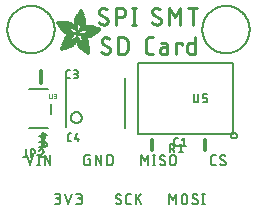
<source format=gbr>
G04 EAGLE Gerber RS-274X export*
G75*
%MOMM*%
%FSLAX34Y34*%
%LPD*%
%INSilkscreen Top*%
%IPPOS*%
%AMOC8*
5,1,8,0,0,1.08239X$1,22.5*%
G01*
%ADD10C,0.152400*%
%ADD11C,0.254000*%
%ADD12C,0.304800*%
%ADD13C,0.203200*%
%ADD14C,0.025400*%
%ADD15R,0.050800X0.006300*%
%ADD16R,0.082600X0.006400*%
%ADD17R,0.120600X0.006300*%
%ADD18R,0.139700X0.006400*%
%ADD19R,0.158800X0.006300*%
%ADD20R,0.177800X0.006400*%
%ADD21R,0.196800X0.006300*%
%ADD22R,0.215900X0.006400*%
%ADD23R,0.228600X0.006300*%
%ADD24R,0.241300X0.006400*%
%ADD25R,0.254000X0.006300*%
%ADD26R,0.266700X0.006400*%
%ADD27R,0.279400X0.006300*%
%ADD28R,0.285700X0.006400*%
%ADD29R,0.298400X0.006300*%
%ADD30R,0.311200X0.006400*%
%ADD31R,0.317500X0.006300*%
%ADD32R,0.330200X0.006400*%
%ADD33R,0.336600X0.006300*%
%ADD34R,0.349200X0.006400*%
%ADD35R,0.361900X0.006300*%
%ADD36R,0.368300X0.006400*%
%ADD37R,0.381000X0.006300*%
%ADD38R,0.387300X0.006400*%
%ADD39R,0.393700X0.006300*%
%ADD40R,0.406400X0.006400*%
%ADD41R,0.412700X0.006300*%
%ADD42R,0.419100X0.006400*%
%ADD43R,0.431800X0.006300*%
%ADD44R,0.438100X0.006400*%
%ADD45R,0.450800X0.006300*%
%ADD46R,0.457200X0.006400*%
%ADD47R,0.463500X0.006300*%
%ADD48R,0.476200X0.006400*%
%ADD49R,0.482600X0.006300*%
%ADD50R,0.488900X0.006400*%
%ADD51R,0.501600X0.006300*%
%ADD52R,0.508000X0.006400*%
%ADD53R,0.514300X0.006300*%
%ADD54R,0.527000X0.006400*%
%ADD55R,0.533400X0.006300*%
%ADD56R,0.546100X0.006400*%
%ADD57R,0.552400X0.006300*%
%ADD58R,0.558800X0.006400*%
%ADD59R,0.571500X0.006300*%
%ADD60R,0.577800X0.006400*%
%ADD61R,0.584200X0.006300*%
%ADD62R,0.596900X0.006400*%
%ADD63R,0.603200X0.006300*%
%ADD64R,0.609600X0.006400*%
%ADD65R,0.622300X0.006300*%
%ADD66R,0.628600X0.006400*%
%ADD67R,0.641300X0.006300*%
%ADD68R,0.647700X0.006400*%
%ADD69R,0.063500X0.006300*%
%ADD70R,0.654000X0.006300*%
%ADD71R,0.101600X0.006400*%
%ADD72R,0.666700X0.006400*%
%ADD73R,0.139700X0.006300*%
%ADD74R,0.673100X0.006300*%
%ADD75R,0.165100X0.006400*%
%ADD76R,0.679400X0.006400*%
%ADD77R,0.196900X0.006300*%
%ADD78R,0.692100X0.006300*%
%ADD79R,0.222200X0.006400*%
%ADD80R,0.698500X0.006400*%
%ADD81R,0.247700X0.006300*%
%ADD82R,0.704800X0.006300*%
%ADD83R,0.279400X0.006400*%
%ADD84R,0.717500X0.006400*%
%ADD85R,0.298500X0.006300*%
%ADD86R,0.723900X0.006300*%
%ADD87R,0.736600X0.006400*%
%ADD88R,0.342900X0.006300*%
%ADD89R,0.742900X0.006300*%
%ADD90R,0.374700X0.006400*%
%ADD91R,0.749300X0.006400*%
%ADD92R,0.762000X0.006300*%
%ADD93R,0.412700X0.006400*%
%ADD94R,0.768300X0.006400*%
%ADD95R,0.438100X0.006300*%
%ADD96R,0.774700X0.006300*%
%ADD97R,0.463600X0.006400*%
%ADD98R,0.787400X0.006400*%
%ADD99R,0.793700X0.006300*%
%ADD100R,0.495300X0.006400*%
%ADD101R,0.800100X0.006400*%
%ADD102R,0.520700X0.006300*%
%ADD103R,0.812800X0.006300*%
%ADD104R,0.533400X0.006400*%
%ADD105R,0.819100X0.006400*%
%ADD106R,0.558800X0.006300*%
%ADD107R,0.825500X0.006300*%
%ADD108R,0.577900X0.006400*%
%ADD109R,0.831800X0.006400*%
%ADD110R,0.596900X0.006300*%
%ADD111R,0.844500X0.006300*%
%ADD112R,0.616000X0.006400*%
%ADD113R,0.850900X0.006400*%
%ADD114R,0.635000X0.006300*%
%ADD115R,0.857200X0.006300*%
%ADD116R,0.654100X0.006400*%
%ADD117R,0.863600X0.006400*%
%ADD118R,0.666700X0.006300*%
%ADD119R,0.869900X0.006300*%
%ADD120R,0.685800X0.006400*%
%ADD121R,0.876300X0.006400*%
%ADD122R,0.882600X0.006300*%
%ADD123R,0.723900X0.006400*%
%ADD124R,0.889000X0.006400*%
%ADD125R,0.895300X0.006300*%
%ADD126R,0.755700X0.006400*%
%ADD127R,0.901700X0.006400*%
%ADD128R,0.908000X0.006300*%
%ADD129R,0.793800X0.006400*%
%ADD130R,0.914400X0.006400*%
%ADD131R,0.806400X0.006300*%
%ADD132R,0.920700X0.006300*%
%ADD133R,0.825500X0.006400*%
%ADD134R,0.927100X0.006400*%
%ADD135R,0.933400X0.006300*%
%ADD136R,0.857300X0.006400*%
%ADD137R,0.939800X0.006400*%
%ADD138R,0.870000X0.006300*%
%ADD139R,0.939800X0.006300*%
%ADD140R,0.946100X0.006400*%
%ADD141R,0.952500X0.006300*%
%ADD142R,0.908000X0.006400*%
%ADD143R,0.958800X0.006400*%
%ADD144R,0.965200X0.006300*%
%ADD145R,0.965200X0.006400*%
%ADD146R,0.971500X0.006300*%
%ADD147R,0.952500X0.006400*%
%ADD148R,0.977900X0.006400*%
%ADD149R,0.958800X0.006300*%
%ADD150R,0.984200X0.006300*%
%ADD151R,0.971500X0.006400*%
%ADD152R,0.984200X0.006400*%
%ADD153R,0.990600X0.006300*%
%ADD154R,0.984300X0.006400*%
%ADD155R,0.996900X0.006400*%
%ADD156R,0.997000X0.006300*%
%ADD157R,0.996900X0.006300*%
%ADD158R,1.003300X0.006400*%
%ADD159R,1.016000X0.006300*%
%ADD160R,1.009600X0.006300*%
%ADD161R,1.016000X0.006400*%
%ADD162R,1.009600X0.006400*%
%ADD163R,1.022300X0.006300*%
%ADD164R,1.028700X0.006400*%
%ADD165R,1.035100X0.006300*%
%ADD166R,1.047800X0.006400*%
%ADD167R,1.054100X0.006300*%
%ADD168R,1.028700X0.006300*%
%ADD169R,1.054100X0.006400*%
%ADD170R,1.035000X0.006400*%
%ADD171R,1.060400X0.006300*%
%ADD172R,1.035000X0.006300*%
%ADD173R,1.060500X0.006400*%
%ADD174R,1.041400X0.006400*%
%ADD175R,1.066800X0.006300*%
%ADD176R,1.041400X0.006300*%
%ADD177R,1.079500X0.006400*%
%ADD178R,1.047700X0.006400*%
%ADD179R,1.085900X0.006300*%
%ADD180R,1.047700X0.006300*%
%ADD181R,1.085800X0.006400*%
%ADD182R,1.092200X0.006300*%
%ADD183R,1.085900X0.006400*%
%ADD184R,1.098600X0.006300*%
%ADD185R,1.098600X0.006400*%
%ADD186R,1.060400X0.006400*%
%ADD187R,1.104900X0.006300*%
%ADD188R,1.104900X0.006400*%
%ADD189R,1.066800X0.006400*%
%ADD190R,1.111200X0.006300*%
%ADD191R,1.117600X0.006400*%
%ADD192R,1.117600X0.006300*%
%ADD193R,1.073100X0.006300*%
%ADD194R,1.073100X0.006400*%
%ADD195R,1.124000X0.006300*%
%ADD196R,1.079500X0.006300*%
%ADD197R,1.123900X0.006400*%
%ADD198R,1.130300X0.006300*%
%ADD199R,1.130300X0.006400*%
%ADD200R,1.136700X0.006400*%
%ADD201R,1.136700X0.006300*%
%ADD202R,1.085800X0.006300*%
%ADD203R,1.136600X0.006400*%
%ADD204R,1.136600X0.006300*%
%ADD205R,1.143000X0.006400*%
%ADD206R,1.143000X0.006300*%
%ADD207R,1.149400X0.006300*%
%ADD208R,1.149300X0.006300*%
%ADD209R,1.149300X0.006400*%
%ADD210R,1.149400X0.006400*%
%ADD211R,1.155700X0.006400*%
%ADD212R,1.155700X0.006300*%
%ADD213R,1.060500X0.006300*%
%ADD214R,2.197100X0.006400*%
%ADD215R,2.197100X0.006300*%
%ADD216R,2.184400X0.006300*%
%ADD217R,2.184400X0.006400*%
%ADD218R,2.171700X0.006400*%
%ADD219R,2.171700X0.006300*%
%ADD220R,1.530300X0.006400*%
%ADD221R,1.505000X0.006300*%
%ADD222R,1.492300X0.006400*%
%ADD223R,1.485900X0.006300*%
%ADD224R,0.565200X0.006300*%
%ADD225R,1.473200X0.006400*%
%ADD226R,0.565200X0.006400*%
%ADD227R,1.460500X0.006300*%
%ADD228R,1.454100X0.006400*%
%ADD229R,0.552400X0.006400*%
%ADD230R,1.441500X0.006300*%
%ADD231R,0.546100X0.006300*%
%ADD232R,1.435100X0.006400*%
%ADD233R,0.539800X0.006400*%
%ADD234R,1.428800X0.006300*%
%ADD235R,1.422400X0.006400*%
%ADD236R,1.409700X0.006300*%
%ADD237R,0.527100X0.006300*%
%ADD238R,1.403300X0.006400*%
%ADD239R,0.527100X0.006400*%
%ADD240R,1.390700X0.006300*%
%ADD241R,1.384300X0.006400*%
%ADD242R,0.520700X0.006400*%
%ADD243R,1.384300X0.006300*%
%ADD244R,0.514400X0.006300*%
%ADD245R,1.371600X0.006400*%
%ADD246R,1.365200X0.006300*%
%ADD247R,0.508000X0.006300*%
%ADD248R,1.352600X0.006400*%
%ADD249R,0.501700X0.006400*%
%ADD250R,0.711200X0.006300*%
%ADD251R,0.603300X0.006300*%
%ADD252R,0.501700X0.006300*%
%ADD253R,0.692100X0.006400*%
%ADD254R,0.571500X0.006400*%
%ADD255R,0.679400X0.006300*%
%ADD256R,0.495300X0.006300*%
%ADD257R,0.673100X0.006400*%
%ADD258R,0.666800X0.006300*%
%ADD259R,0.488900X0.006300*%
%ADD260R,0.660400X0.006400*%
%ADD261R,0.482600X0.006400*%
%ADD262R,0.476200X0.006300*%
%ADD263R,0.654000X0.006400*%
%ADD264R,0.469900X0.006400*%
%ADD265R,0.476300X0.006400*%
%ADD266R,0.647700X0.006300*%
%ADD267R,0.457200X0.006300*%
%ADD268R,0.469900X0.006300*%
%ADD269R,0.641300X0.006400*%
%ADD270R,0.444500X0.006400*%
%ADD271R,0.463600X0.006300*%
%ADD272R,0.635000X0.006400*%
%ADD273R,0.463500X0.006400*%
%ADD274R,0.393700X0.006400*%
%ADD275R,0.450800X0.006400*%
%ADD276R,0.628600X0.006300*%
%ADD277R,0.387400X0.006300*%
%ADD278R,0.450900X0.006300*%
%ADD279R,0.628700X0.006400*%
%ADD280R,0.374600X0.006400*%
%ADD281R,0.368300X0.006300*%
%ADD282R,0.438200X0.006300*%
%ADD283R,0.622300X0.006400*%
%ADD284R,0.355600X0.006400*%
%ADD285R,0.431800X0.006400*%
%ADD286R,0.349300X0.006300*%
%ADD287R,0.425400X0.006300*%
%ADD288R,0.615900X0.006300*%
%ADD289R,0.330200X0.006300*%
%ADD290R,0.419100X0.006300*%
%ADD291R,0.616000X0.006300*%
%ADD292R,0.311200X0.006300*%
%ADD293R,0.406400X0.006300*%
%ADD294R,0.615900X0.006400*%
%ADD295R,0.304800X0.006400*%
%ADD296R,0.158800X0.006400*%
%ADD297R,0.609600X0.006300*%
%ADD298R,0.292100X0.006300*%
%ADD299R,0.235000X0.006300*%
%ADD300R,0.387400X0.006400*%
%ADD301R,0.292100X0.006400*%
%ADD302R,0.336500X0.006300*%
%ADD303R,0.260400X0.006300*%
%ADD304R,0.603300X0.006400*%
%ADD305R,0.260400X0.006400*%
%ADD306R,0.362000X0.006400*%
%ADD307R,0.450900X0.006400*%
%ADD308R,0.355600X0.006300*%
%ADD309R,0.342900X0.006400*%
%ADD310R,0.514300X0.006400*%
%ADD311R,0.234900X0.006300*%
%ADD312R,0.539700X0.006300*%
%ADD313R,0.603200X0.006400*%
%ADD314R,0.234900X0.006400*%
%ADD315R,0.920700X0.006400*%
%ADD316R,0.958900X0.006400*%
%ADD317R,0.215900X0.006300*%
%ADD318R,0.209600X0.006400*%
%ADD319R,0.203200X0.006300*%
%ADD320R,1.003300X0.006300*%
%ADD321R,0.203200X0.006400*%
%ADD322R,0.196900X0.006400*%
%ADD323R,0.190500X0.006300*%
%ADD324R,0.190500X0.006400*%
%ADD325R,0.184200X0.006300*%
%ADD326R,0.590500X0.006400*%
%ADD327R,0.184200X0.006400*%
%ADD328R,0.590500X0.006300*%
%ADD329R,0.177800X0.006300*%
%ADD330R,0.584200X0.006400*%
%ADD331R,1.168400X0.006400*%
%ADD332R,0.171500X0.006300*%
%ADD333R,1.187500X0.006300*%
%ADD334R,1.200100X0.006400*%
%ADD335R,0.577800X0.006300*%
%ADD336R,1.212900X0.006300*%
%ADD337R,1.231900X0.006400*%
%ADD338R,1.250900X0.006300*%
%ADD339R,0.565100X0.006400*%
%ADD340R,0.184100X0.006400*%
%ADD341R,1.263700X0.006400*%
%ADD342R,0.565100X0.006300*%
%ADD343R,1.289100X0.006300*%
%ADD344R,1.314400X0.006400*%
%ADD345R,0.552500X0.006300*%
%ADD346R,1.568500X0.006300*%
%ADD347R,0.552500X0.006400*%
%ADD348R,1.581200X0.006400*%
%ADD349R,1.593800X0.006300*%
%ADD350R,1.606500X0.006400*%
%ADD351R,1.619300X0.006300*%
%ADD352R,0.514400X0.006400*%
%ADD353R,1.638300X0.006400*%
%ADD354R,1.657300X0.006300*%
%ADD355R,2.209800X0.006400*%
%ADD356R,2.425700X0.006300*%
%ADD357R,2.470100X0.006400*%
%ADD358R,2.501900X0.006300*%
%ADD359R,2.533700X0.006400*%
%ADD360R,2.559000X0.006300*%
%ADD361R,2.584500X0.006400*%
%ADD362R,2.609900X0.006300*%
%ADD363R,2.628900X0.006400*%
%ADD364R,2.660600X0.006300*%
%ADD365R,2.673400X0.006400*%
%ADD366R,1.422400X0.006300*%
%ADD367R,1.200200X0.006300*%
%ADD368R,1.365300X0.006300*%
%ADD369R,1.365300X0.006400*%
%ADD370R,1.352500X0.006300*%
%ADD371R,1.098500X0.006300*%
%ADD372R,1.358900X0.006400*%
%ADD373R,1.352600X0.006300*%
%ADD374R,1.358900X0.006300*%
%ADD375R,1.371600X0.006300*%
%ADD376R,1.377900X0.006400*%
%ADD377R,1.397000X0.006400*%
%ADD378R,1.403300X0.006300*%
%ADD379R,0.914400X0.006300*%
%ADD380R,0.876300X0.006300*%
%ADD381R,0.374600X0.006300*%
%ADD382R,1.073200X0.006400*%
%ADD383R,0.374700X0.006300*%
%ADD384R,0.844600X0.006400*%
%ADD385R,0.844600X0.006300*%
%ADD386R,0.831900X0.006400*%
%ADD387R,1.092200X0.006400*%
%ADD388R,0.400000X0.006300*%
%ADD389R,0.819200X0.006400*%
%ADD390R,1.111300X0.006400*%
%ADD391R,0.812800X0.006400*%
%ADD392R,0.800100X0.006300*%
%ADD393R,0.476300X0.006300*%
%ADD394R,1.181100X0.006300*%
%ADD395R,0.501600X0.006400*%
%ADD396R,1.193800X0.006400*%
%ADD397R,0.781000X0.006400*%
%ADD398R,1.238200X0.006400*%
%ADD399R,0.781100X0.006300*%
%ADD400R,1.257300X0.006300*%
%ADD401R,1.295400X0.006400*%
%ADD402R,1.333500X0.006300*%
%ADD403R,0.774700X0.006400*%
%ADD404R,1.866900X0.006400*%
%ADD405R,0.209600X0.006300*%
%ADD406R,1.866900X0.006300*%
%ADD407R,0.768400X0.006400*%
%ADD408R,0.209500X0.006400*%
%ADD409R,1.860600X0.006400*%
%ADD410R,0.762000X0.006400*%
%ADD411R,0.768400X0.006300*%
%ADD412R,1.860600X0.006300*%
%ADD413R,1.860500X0.006400*%
%ADD414R,0.222300X0.006300*%
%ADD415R,1.854200X0.006300*%
%ADD416R,0.235000X0.006400*%
%ADD417R,1.854200X0.006400*%
%ADD418R,0.768300X0.006300*%
%ADD419R,0.260300X0.006400*%
%ADD420R,1.847800X0.006400*%
%ADD421R,0.266700X0.006300*%
%ADD422R,1.847800X0.006300*%
%ADD423R,0.273100X0.006400*%
%ADD424R,1.841500X0.006400*%
%ADD425R,0.285800X0.006300*%
%ADD426R,1.841500X0.006300*%
%ADD427R,0.298500X0.006400*%
%ADD428R,1.835100X0.006400*%
%ADD429R,0.781000X0.006300*%
%ADD430R,0.304800X0.006300*%
%ADD431R,1.835100X0.006300*%
%ADD432R,0.317500X0.006400*%
%ADD433R,1.828800X0.006400*%
%ADD434R,0.787400X0.006300*%
%ADD435R,0.323800X0.006300*%
%ADD436R,1.828800X0.006300*%
%ADD437R,0.793700X0.006400*%
%ADD438R,1.822400X0.006400*%
%ADD439R,0.806500X0.006300*%
%ADD440R,1.822400X0.006300*%
%ADD441R,1.816100X0.006400*%
%ADD442R,0.819100X0.006300*%
%ADD443R,0.387300X0.006300*%
%ADD444R,1.816100X0.006300*%
%ADD445R,1.809800X0.006400*%
%ADD446R,1.803400X0.006300*%
%ADD447R,1.797000X0.006400*%
%ADD448R,0.901700X0.006300*%
%ADD449R,1.797000X0.006300*%
%ADD450R,1.441400X0.006400*%
%ADD451R,1.790700X0.006400*%
%ADD452R,1.447800X0.006300*%
%ADD453R,1.784300X0.006300*%
%ADD454R,1.447800X0.006400*%
%ADD455R,1.784300X0.006400*%
%ADD456R,1.454100X0.006300*%
%ADD457R,1.771700X0.006300*%
%ADD458R,1.460500X0.006400*%
%ADD459R,1.759000X0.006400*%
%ADD460R,1.466800X0.006300*%
%ADD461R,1.752600X0.006300*%
%ADD462R,1.466800X0.006400*%
%ADD463R,1.739900X0.006400*%
%ADD464R,1.473200X0.006300*%
%ADD465R,1.727200X0.006300*%
%ADD466R,1.479500X0.006400*%
%ADD467R,1.714500X0.006400*%
%ADD468R,1.695400X0.006300*%
%ADD469R,1.485900X0.006400*%
%ADD470R,1.682700X0.006400*%
%ADD471R,1.492200X0.006300*%
%ADD472R,1.663700X0.006300*%
%ADD473R,1.498600X0.006400*%
%ADD474R,1.644600X0.006400*%
%ADD475R,1.498600X0.006300*%
%ADD476R,1.619200X0.006300*%
%ADD477R,1.511300X0.006400*%
%ADD478R,1.600200X0.006400*%
%ADD479R,1.517700X0.006300*%
%ADD480R,1.574800X0.006300*%
%ADD481R,1.524000X0.006400*%
%ADD482R,1.555800X0.006400*%
%ADD483R,1.524000X0.006300*%
%ADD484R,1.536700X0.006300*%
%ADD485R,1.530400X0.006400*%
%ADD486R,1.517700X0.006400*%
%ADD487R,1.492300X0.006300*%
%ADD488R,1.549400X0.006400*%
%ADD489R,1.479600X0.006400*%
%ADD490R,1.549400X0.006300*%
%ADD491R,1.555700X0.006400*%
%ADD492R,1.562100X0.006300*%
%ADD493R,0.323900X0.006300*%
%ADD494R,1.568400X0.006400*%
%ADD495R,0.336600X0.006400*%
%ADD496R,1.587500X0.006300*%
%ADD497R,0.971600X0.006300*%
%ADD498R,0.349300X0.006400*%
%ADD499R,1.600200X0.006300*%
%ADD500R,0.920800X0.006300*%
%ADD501R,0.882700X0.006400*%
%ADD502R,1.612900X0.006300*%
%ADD503R,0.362000X0.006300*%
%ADD504R,1.625600X0.006400*%
%ADD505R,1.625600X0.006300*%
%ADD506R,1.644600X0.006300*%
%ADD507R,0.736600X0.006300*%
%ADD508R,0.717600X0.006400*%
%ADD509R,1.657400X0.006300*%
%ADD510R,0.679500X0.006300*%
%ADD511R,1.663700X0.006400*%
%ADD512R,0.400000X0.006400*%
%ADD513R,1.676400X0.006300*%
%ADD514R,1.676400X0.006400*%
%ADD515R,0.425500X0.006400*%
%ADD516R,1.352500X0.006400*%
%ADD517R,0.444500X0.006300*%
%ADD518R,0.361900X0.006400*%
%ADD519R,0.088900X0.006300*%
%ADD520R,1.009700X0.006300*%
%ADD521R,1.009700X0.006400*%
%ADD522R,1.022300X0.006400*%
%ADD523R,1.346200X0.006400*%
%ADD524R,1.346200X0.006300*%
%ADD525R,1.339900X0.006400*%
%ADD526R,1.035100X0.006400*%
%ADD527R,1.339800X0.006300*%
%ADD528R,1.333500X0.006400*%
%ADD529R,1.327200X0.006400*%
%ADD530R,1.320800X0.006300*%
%ADD531R,1.314500X0.006400*%
%ADD532R,1.314400X0.006300*%
%ADD533R,1.301700X0.006400*%
%ADD534R,1.295400X0.006300*%
%ADD535R,1.289000X0.006400*%
%ADD536R,1.276300X0.006300*%
%ADD537R,1.251000X0.006300*%
%ADD538R,1.244600X0.006400*%
%ADD539R,1.231900X0.006300*%
%ADD540R,1.212800X0.006400*%
%ADD541R,1.200100X0.006300*%
%ADD542R,1.187400X0.006400*%
%ADD543R,1.168400X0.006300*%
%ADD544R,1.047800X0.006300*%
%ADD545R,0.977900X0.006300*%
%ADD546R,0.946200X0.006400*%
%ADD547R,0.933400X0.006400*%
%ADD548R,0.895300X0.006400*%
%ADD549R,0.882700X0.006300*%
%ADD550R,0.863600X0.006300*%
%ADD551R,0.857200X0.006400*%
%ADD552R,0.850900X0.006300*%
%ADD553R,0.838200X0.006300*%
%ADD554R,0.806500X0.006400*%
%ADD555R,0.717600X0.006300*%
%ADD556R,0.711200X0.006400*%
%ADD557R,0.641400X0.006400*%
%ADD558R,0.641400X0.006300*%
%ADD559R,0.628700X0.006300*%
%ADD560R,0.590600X0.006300*%
%ADD561R,0.539700X0.006400*%
%ADD562R,0.285700X0.006300*%
%ADD563R,0.222200X0.006300*%
%ADD564R,0.171400X0.006300*%
%ADD565R,0.152400X0.006400*%
%ADD566R,0.133400X0.006300*%


D10*
X21644Y46228D02*
X24522Y37592D01*
X27401Y46228D01*
X31837Y46228D02*
X31837Y37592D01*
X30878Y37592D02*
X32797Y37592D01*
X32797Y46228D02*
X30878Y46228D01*
X37059Y46228D02*
X37059Y37592D01*
X41856Y37592D02*
X37059Y46228D01*
X41856Y46228D02*
X41856Y37592D01*
X45607Y4572D02*
X48006Y4572D01*
X48103Y4574D01*
X48199Y4580D01*
X48295Y4589D01*
X48391Y4603D01*
X48486Y4620D01*
X48580Y4642D01*
X48673Y4667D01*
X48766Y4695D01*
X48857Y4728D01*
X48946Y4764D01*
X49034Y4804D01*
X49121Y4847D01*
X49205Y4893D01*
X49288Y4943D01*
X49369Y4997D01*
X49447Y5053D01*
X49523Y5113D01*
X49597Y5175D01*
X49668Y5241D01*
X49736Y5309D01*
X49802Y5380D01*
X49864Y5454D01*
X49924Y5530D01*
X49980Y5608D01*
X50034Y5689D01*
X50084Y5771D01*
X50130Y5856D01*
X50173Y5943D01*
X50213Y6031D01*
X50249Y6120D01*
X50282Y6211D01*
X50310Y6304D01*
X50335Y6397D01*
X50357Y6491D01*
X50374Y6586D01*
X50388Y6682D01*
X50397Y6778D01*
X50403Y6874D01*
X50405Y6971D01*
X50403Y7068D01*
X50397Y7164D01*
X50388Y7260D01*
X50374Y7356D01*
X50357Y7451D01*
X50335Y7545D01*
X50310Y7638D01*
X50282Y7731D01*
X50249Y7822D01*
X50213Y7911D01*
X50173Y7999D01*
X50130Y8086D01*
X50084Y8170D01*
X50034Y8253D01*
X49980Y8334D01*
X49924Y8412D01*
X49864Y8488D01*
X49802Y8562D01*
X49736Y8633D01*
X49668Y8701D01*
X49597Y8767D01*
X49523Y8829D01*
X49447Y8889D01*
X49369Y8945D01*
X49288Y8999D01*
X49206Y9049D01*
X49121Y9095D01*
X49034Y9138D01*
X48946Y9178D01*
X48857Y9214D01*
X48766Y9247D01*
X48673Y9275D01*
X48580Y9300D01*
X48486Y9322D01*
X48391Y9339D01*
X48295Y9353D01*
X48199Y9362D01*
X48103Y9368D01*
X48006Y9370D01*
X48486Y13208D02*
X45607Y13208D01*
X48486Y13208D02*
X48572Y13206D01*
X48658Y13200D01*
X48744Y13191D01*
X48829Y13177D01*
X48913Y13160D01*
X48997Y13139D01*
X49079Y13114D01*
X49160Y13086D01*
X49240Y13054D01*
X49319Y13018D01*
X49395Y12979D01*
X49470Y12936D01*
X49543Y12891D01*
X49614Y12842D01*
X49682Y12789D01*
X49749Y12734D01*
X49812Y12676D01*
X49873Y12615D01*
X49931Y12552D01*
X49986Y12485D01*
X50039Y12417D01*
X50088Y12346D01*
X50133Y12273D01*
X50176Y12198D01*
X50215Y12122D01*
X50251Y12043D01*
X50283Y11963D01*
X50311Y11882D01*
X50336Y11800D01*
X50357Y11716D01*
X50374Y11632D01*
X50388Y11547D01*
X50397Y11461D01*
X50403Y11375D01*
X50405Y11289D01*
X50403Y11203D01*
X50397Y11117D01*
X50388Y11031D01*
X50374Y10946D01*
X50357Y10862D01*
X50336Y10778D01*
X50311Y10696D01*
X50283Y10615D01*
X50251Y10535D01*
X50215Y10456D01*
X50176Y10380D01*
X50133Y10305D01*
X50088Y10232D01*
X50039Y10161D01*
X49986Y10093D01*
X49931Y10026D01*
X49873Y9963D01*
X49812Y9902D01*
X49749Y9844D01*
X49682Y9789D01*
X49614Y9736D01*
X49543Y9687D01*
X49470Y9642D01*
X49395Y9599D01*
X49319Y9560D01*
X49240Y9524D01*
X49160Y9492D01*
X49079Y9464D01*
X48997Y9439D01*
X48913Y9418D01*
X48829Y9401D01*
X48744Y9387D01*
X48658Y9378D01*
X48572Y9372D01*
X48486Y9370D01*
X46567Y9370D01*
X54271Y13208D02*
X57150Y4572D01*
X60029Y13208D01*
X63895Y4572D02*
X66294Y4572D01*
X66391Y4574D01*
X66487Y4580D01*
X66583Y4589D01*
X66679Y4603D01*
X66774Y4620D01*
X66868Y4642D01*
X66961Y4667D01*
X67054Y4695D01*
X67145Y4728D01*
X67234Y4764D01*
X67322Y4804D01*
X67409Y4847D01*
X67494Y4893D01*
X67576Y4943D01*
X67657Y4997D01*
X67735Y5053D01*
X67811Y5113D01*
X67885Y5175D01*
X67956Y5241D01*
X68024Y5309D01*
X68090Y5380D01*
X68152Y5454D01*
X68212Y5530D01*
X68268Y5608D01*
X68322Y5689D01*
X68372Y5771D01*
X68418Y5856D01*
X68461Y5943D01*
X68501Y6031D01*
X68537Y6120D01*
X68570Y6211D01*
X68598Y6304D01*
X68623Y6397D01*
X68645Y6491D01*
X68662Y6586D01*
X68676Y6682D01*
X68685Y6778D01*
X68691Y6874D01*
X68693Y6971D01*
X68691Y7068D01*
X68685Y7164D01*
X68676Y7260D01*
X68662Y7356D01*
X68645Y7451D01*
X68623Y7545D01*
X68598Y7638D01*
X68570Y7731D01*
X68537Y7822D01*
X68501Y7911D01*
X68461Y7999D01*
X68418Y8086D01*
X68372Y8170D01*
X68322Y8253D01*
X68268Y8334D01*
X68212Y8412D01*
X68152Y8488D01*
X68090Y8562D01*
X68024Y8633D01*
X67956Y8701D01*
X67885Y8767D01*
X67811Y8829D01*
X67735Y8889D01*
X67657Y8945D01*
X67576Y8999D01*
X67494Y9049D01*
X67409Y9095D01*
X67322Y9138D01*
X67234Y9178D01*
X67145Y9214D01*
X67054Y9247D01*
X66961Y9275D01*
X66868Y9300D01*
X66774Y9322D01*
X66679Y9339D01*
X66583Y9353D01*
X66487Y9362D01*
X66391Y9368D01*
X66294Y9370D01*
X66774Y13208D02*
X63895Y13208D01*
X66774Y13208D02*
X66860Y13206D01*
X66946Y13200D01*
X67032Y13191D01*
X67117Y13177D01*
X67201Y13160D01*
X67285Y13139D01*
X67367Y13114D01*
X67448Y13086D01*
X67528Y13054D01*
X67607Y13018D01*
X67683Y12979D01*
X67758Y12936D01*
X67831Y12891D01*
X67902Y12842D01*
X67970Y12789D01*
X68037Y12734D01*
X68100Y12676D01*
X68161Y12615D01*
X68219Y12552D01*
X68274Y12485D01*
X68327Y12417D01*
X68376Y12346D01*
X68421Y12273D01*
X68464Y12198D01*
X68503Y12122D01*
X68539Y12043D01*
X68571Y11963D01*
X68599Y11882D01*
X68624Y11800D01*
X68645Y11716D01*
X68662Y11632D01*
X68676Y11547D01*
X68685Y11461D01*
X68691Y11375D01*
X68693Y11289D01*
X68691Y11203D01*
X68685Y11117D01*
X68676Y11031D01*
X68662Y10946D01*
X68645Y10862D01*
X68624Y10778D01*
X68599Y10696D01*
X68571Y10615D01*
X68539Y10535D01*
X68503Y10456D01*
X68464Y10380D01*
X68421Y10305D01*
X68376Y10232D01*
X68327Y10161D01*
X68274Y10093D01*
X68219Y10026D01*
X68161Y9963D01*
X68100Y9902D01*
X68037Y9844D01*
X67970Y9789D01*
X67902Y9736D01*
X67831Y9687D01*
X67758Y9642D01*
X67683Y9599D01*
X67607Y9560D01*
X67528Y9524D01*
X67448Y9492D01*
X67367Y9464D01*
X67285Y9439D01*
X67201Y9418D01*
X67117Y9401D01*
X67032Y9387D01*
X66946Y9378D01*
X66860Y9372D01*
X66774Y9370D01*
X64855Y9370D01*
X73756Y42390D02*
X75195Y42390D01*
X75195Y37592D01*
X72317Y37592D01*
X72231Y37594D01*
X72145Y37600D01*
X72059Y37609D01*
X71974Y37623D01*
X71890Y37640D01*
X71806Y37661D01*
X71724Y37686D01*
X71643Y37714D01*
X71563Y37746D01*
X71484Y37782D01*
X71408Y37821D01*
X71333Y37864D01*
X71260Y37909D01*
X71189Y37958D01*
X71121Y38011D01*
X71054Y38066D01*
X70991Y38124D01*
X70930Y38185D01*
X70872Y38248D01*
X70817Y38315D01*
X70764Y38383D01*
X70715Y38454D01*
X70670Y38527D01*
X70627Y38602D01*
X70588Y38678D01*
X70552Y38757D01*
X70520Y38837D01*
X70492Y38918D01*
X70467Y39000D01*
X70446Y39084D01*
X70429Y39168D01*
X70415Y39253D01*
X70406Y39339D01*
X70400Y39425D01*
X70398Y39511D01*
X70398Y44309D01*
X70400Y44395D01*
X70406Y44481D01*
X70415Y44567D01*
X70429Y44652D01*
X70446Y44736D01*
X70467Y44820D01*
X70492Y44902D01*
X70520Y44983D01*
X70552Y45063D01*
X70588Y45142D01*
X70627Y45218D01*
X70670Y45293D01*
X70715Y45366D01*
X70764Y45437D01*
X70817Y45505D01*
X70872Y45572D01*
X70930Y45635D01*
X70991Y45696D01*
X71054Y45754D01*
X71121Y45809D01*
X71189Y45861D01*
X71260Y45911D01*
X71333Y45956D01*
X71408Y45999D01*
X71484Y46038D01*
X71563Y46074D01*
X71643Y46106D01*
X71724Y46134D01*
X71806Y46159D01*
X71890Y46180D01*
X71974Y46197D01*
X72059Y46211D01*
X72145Y46220D01*
X72231Y46226D01*
X72317Y46228D01*
X75195Y46228D01*
X80151Y46228D02*
X80151Y37592D01*
X84949Y37592D02*
X80151Y46228D01*
X84949Y46228D02*
X84949Y37592D01*
X89905Y37592D02*
X89905Y46228D01*
X92304Y46228D01*
X92401Y46226D01*
X92497Y46220D01*
X92593Y46211D01*
X92689Y46197D01*
X92784Y46180D01*
X92878Y46158D01*
X92971Y46133D01*
X93064Y46105D01*
X93155Y46072D01*
X93244Y46036D01*
X93332Y45996D01*
X93419Y45953D01*
X93504Y45907D01*
X93586Y45857D01*
X93667Y45803D01*
X93745Y45747D01*
X93821Y45687D01*
X93895Y45625D01*
X93966Y45559D01*
X94034Y45491D01*
X94100Y45420D01*
X94162Y45346D01*
X94222Y45270D01*
X94278Y45192D01*
X94332Y45111D01*
X94382Y45029D01*
X94428Y44944D01*
X94471Y44857D01*
X94511Y44769D01*
X94547Y44680D01*
X94580Y44589D01*
X94608Y44496D01*
X94633Y44403D01*
X94655Y44309D01*
X94672Y44214D01*
X94686Y44118D01*
X94695Y44022D01*
X94701Y43926D01*
X94703Y43829D01*
X94702Y43829D02*
X94702Y39991D01*
X94703Y39991D02*
X94701Y39894D01*
X94695Y39798D01*
X94686Y39702D01*
X94672Y39606D01*
X94655Y39511D01*
X94633Y39417D01*
X94608Y39324D01*
X94580Y39231D01*
X94547Y39140D01*
X94511Y39051D01*
X94471Y38963D01*
X94428Y38876D01*
X94382Y38791D01*
X94332Y38709D01*
X94278Y38628D01*
X94222Y38550D01*
X94162Y38474D01*
X94100Y38400D01*
X94034Y38329D01*
X93966Y38261D01*
X93895Y38195D01*
X93821Y38133D01*
X93745Y38073D01*
X93667Y38017D01*
X93586Y37963D01*
X93504Y37913D01*
X93419Y37867D01*
X93332Y37824D01*
X93244Y37784D01*
X93155Y37748D01*
X93064Y37715D01*
X92971Y37687D01*
X92878Y37662D01*
X92784Y37640D01*
X92689Y37623D01*
X92593Y37609D01*
X92497Y37600D01*
X92401Y37594D01*
X92304Y37592D01*
X89905Y37592D01*
X101869Y6491D02*
X101867Y6405D01*
X101861Y6319D01*
X101852Y6233D01*
X101838Y6148D01*
X101821Y6064D01*
X101800Y5980D01*
X101775Y5898D01*
X101747Y5817D01*
X101715Y5737D01*
X101679Y5658D01*
X101640Y5582D01*
X101597Y5507D01*
X101552Y5434D01*
X101503Y5363D01*
X101450Y5295D01*
X101395Y5228D01*
X101337Y5165D01*
X101276Y5104D01*
X101213Y5046D01*
X101146Y4991D01*
X101078Y4939D01*
X101007Y4889D01*
X100934Y4844D01*
X100859Y4801D01*
X100783Y4762D01*
X100704Y4726D01*
X100624Y4694D01*
X100543Y4666D01*
X100461Y4641D01*
X100377Y4620D01*
X100293Y4603D01*
X100208Y4589D01*
X100122Y4580D01*
X100036Y4574D01*
X99950Y4572D01*
X99827Y4574D01*
X99704Y4579D01*
X99581Y4589D01*
X99459Y4602D01*
X99337Y4619D01*
X99215Y4639D01*
X99095Y4663D01*
X98975Y4691D01*
X98856Y4722D01*
X98738Y4757D01*
X98621Y4796D01*
X98505Y4838D01*
X98391Y4884D01*
X98278Y4933D01*
X98167Y4985D01*
X98057Y5041D01*
X97949Y5100D01*
X97843Y5163D01*
X97738Y5228D01*
X97636Y5297D01*
X97536Y5369D01*
X97439Y5444D01*
X97343Y5521D01*
X97250Y5602D01*
X97159Y5685D01*
X97071Y5771D01*
X97312Y11289D02*
X97314Y11375D01*
X97320Y11461D01*
X97329Y11547D01*
X97343Y11632D01*
X97360Y11716D01*
X97381Y11800D01*
X97406Y11882D01*
X97434Y11963D01*
X97466Y12043D01*
X97502Y12122D01*
X97541Y12198D01*
X97584Y12273D01*
X97629Y12346D01*
X97678Y12417D01*
X97731Y12485D01*
X97786Y12552D01*
X97844Y12615D01*
X97905Y12676D01*
X97968Y12734D01*
X98035Y12789D01*
X98103Y12842D01*
X98174Y12891D01*
X98247Y12936D01*
X98322Y12979D01*
X98398Y13018D01*
X98477Y13054D01*
X98557Y13086D01*
X98638Y13114D01*
X98720Y13139D01*
X98804Y13160D01*
X98888Y13177D01*
X98973Y13191D01*
X99059Y13200D01*
X99145Y13206D01*
X99231Y13208D01*
X99347Y13206D01*
X99462Y13201D01*
X99578Y13191D01*
X99693Y13178D01*
X99807Y13162D01*
X99921Y13141D01*
X100035Y13117D01*
X100147Y13089D01*
X100258Y13058D01*
X100369Y13023D01*
X100478Y12985D01*
X100586Y12943D01*
X100692Y12898D01*
X100798Y12849D01*
X100901Y12797D01*
X101003Y12742D01*
X101102Y12683D01*
X101200Y12621D01*
X101296Y12556D01*
X101390Y12488D01*
X98271Y9610D02*
X98197Y9656D01*
X98124Y9706D01*
X98054Y9759D01*
X97986Y9815D01*
X97921Y9874D01*
X97858Y9936D01*
X97799Y10001D01*
X97742Y10068D01*
X97688Y10138D01*
X97638Y10210D01*
X97591Y10284D01*
X97547Y10360D01*
X97507Y10439D01*
X97471Y10519D01*
X97438Y10600D01*
X97409Y10683D01*
X97383Y10768D01*
X97361Y10853D01*
X97344Y10939D01*
X97330Y11026D01*
X97320Y11113D01*
X97314Y11201D01*
X97312Y11289D01*
X100910Y8170D02*
X100984Y8124D01*
X101057Y8074D01*
X101127Y8021D01*
X101195Y7965D01*
X101260Y7906D01*
X101323Y7844D01*
X101382Y7779D01*
X101439Y7712D01*
X101493Y7642D01*
X101543Y7570D01*
X101590Y7496D01*
X101634Y7420D01*
X101674Y7341D01*
X101710Y7261D01*
X101743Y7180D01*
X101772Y7097D01*
X101798Y7012D01*
X101820Y6927D01*
X101837Y6841D01*
X101851Y6754D01*
X101861Y6667D01*
X101867Y6579D01*
X101869Y6491D01*
X100910Y8170D02*
X98271Y9610D01*
X107792Y4572D02*
X109711Y4572D01*
X107792Y4572D02*
X107706Y4574D01*
X107620Y4580D01*
X107534Y4589D01*
X107449Y4603D01*
X107365Y4620D01*
X107281Y4641D01*
X107199Y4666D01*
X107118Y4694D01*
X107038Y4726D01*
X106959Y4762D01*
X106883Y4801D01*
X106808Y4844D01*
X106735Y4889D01*
X106664Y4938D01*
X106596Y4991D01*
X106529Y5046D01*
X106466Y5104D01*
X106405Y5165D01*
X106347Y5228D01*
X106292Y5295D01*
X106239Y5363D01*
X106190Y5434D01*
X106145Y5507D01*
X106102Y5582D01*
X106063Y5658D01*
X106027Y5737D01*
X105995Y5817D01*
X105967Y5898D01*
X105942Y5980D01*
X105921Y6064D01*
X105904Y6148D01*
X105890Y6233D01*
X105881Y6319D01*
X105875Y6405D01*
X105873Y6491D01*
X105873Y11289D01*
X105875Y11375D01*
X105881Y11461D01*
X105890Y11547D01*
X105904Y11632D01*
X105921Y11716D01*
X105942Y11800D01*
X105967Y11882D01*
X105995Y11963D01*
X106027Y12043D01*
X106063Y12122D01*
X106102Y12198D01*
X106145Y12273D01*
X106190Y12346D01*
X106239Y12417D01*
X106292Y12485D01*
X106347Y12552D01*
X106405Y12615D01*
X106466Y12676D01*
X106529Y12734D01*
X106596Y12789D01*
X106664Y12841D01*
X106735Y12891D01*
X106808Y12936D01*
X106883Y12979D01*
X106959Y13018D01*
X107038Y13054D01*
X107118Y13086D01*
X107199Y13114D01*
X107281Y13139D01*
X107365Y13160D01*
X107449Y13177D01*
X107534Y13191D01*
X107620Y13200D01*
X107706Y13206D01*
X107792Y13208D01*
X109711Y13208D01*
X114030Y13208D02*
X114030Y4572D01*
X114030Y7930D02*
X118828Y13208D01*
X115950Y9850D02*
X118828Y4572D01*
X142607Y4572D02*
X142607Y13208D01*
X145486Y8410D01*
X148364Y13208D01*
X148364Y4572D01*
X153145Y6971D02*
X153145Y10809D01*
X153147Y10906D01*
X153153Y11002D01*
X153162Y11098D01*
X153176Y11194D01*
X153193Y11289D01*
X153215Y11383D01*
X153240Y11476D01*
X153268Y11569D01*
X153301Y11660D01*
X153337Y11749D01*
X153377Y11837D01*
X153420Y11924D01*
X153466Y12009D01*
X153516Y12091D01*
X153570Y12172D01*
X153626Y12250D01*
X153686Y12326D01*
X153748Y12400D01*
X153814Y12471D01*
X153882Y12539D01*
X153953Y12605D01*
X154027Y12667D01*
X154103Y12727D01*
X154181Y12783D01*
X154262Y12837D01*
X154345Y12887D01*
X154429Y12933D01*
X154516Y12976D01*
X154604Y13016D01*
X154693Y13052D01*
X154784Y13085D01*
X154877Y13113D01*
X154970Y13138D01*
X155064Y13160D01*
X155159Y13177D01*
X155255Y13191D01*
X155351Y13200D01*
X155447Y13206D01*
X155544Y13208D01*
X155641Y13206D01*
X155737Y13200D01*
X155833Y13191D01*
X155929Y13177D01*
X156024Y13160D01*
X156118Y13138D01*
X156211Y13113D01*
X156304Y13085D01*
X156395Y13052D01*
X156484Y13016D01*
X156572Y12976D01*
X156659Y12933D01*
X156744Y12887D01*
X156826Y12837D01*
X156907Y12783D01*
X156985Y12727D01*
X157061Y12667D01*
X157135Y12605D01*
X157206Y12539D01*
X157274Y12471D01*
X157340Y12400D01*
X157402Y12326D01*
X157462Y12250D01*
X157518Y12172D01*
X157572Y12091D01*
X157622Y12009D01*
X157668Y11924D01*
X157711Y11837D01*
X157751Y11749D01*
X157787Y11660D01*
X157820Y11569D01*
X157848Y11476D01*
X157873Y11383D01*
X157895Y11289D01*
X157912Y11194D01*
X157926Y11098D01*
X157935Y11002D01*
X157941Y10906D01*
X157943Y10809D01*
X157943Y6971D01*
X157941Y6874D01*
X157935Y6778D01*
X157926Y6682D01*
X157912Y6586D01*
X157895Y6491D01*
X157873Y6397D01*
X157848Y6304D01*
X157820Y6211D01*
X157787Y6120D01*
X157751Y6031D01*
X157711Y5943D01*
X157668Y5856D01*
X157622Y5771D01*
X157572Y5689D01*
X157518Y5608D01*
X157462Y5530D01*
X157402Y5454D01*
X157340Y5380D01*
X157274Y5309D01*
X157206Y5241D01*
X157135Y5175D01*
X157061Y5113D01*
X156985Y5053D01*
X156907Y4997D01*
X156826Y4943D01*
X156743Y4893D01*
X156659Y4847D01*
X156572Y4804D01*
X156484Y4764D01*
X156395Y4728D01*
X156304Y4695D01*
X156211Y4667D01*
X156118Y4642D01*
X156024Y4620D01*
X155929Y4603D01*
X155833Y4589D01*
X155737Y4580D01*
X155641Y4574D01*
X155544Y4572D01*
X155447Y4574D01*
X155351Y4580D01*
X155255Y4589D01*
X155159Y4603D01*
X155064Y4620D01*
X154970Y4642D01*
X154877Y4667D01*
X154784Y4695D01*
X154693Y4728D01*
X154604Y4764D01*
X154516Y4804D01*
X154429Y4847D01*
X154345Y4893D01*
X154262Y4943D01*
X154181Y4997D01*
X154103Y5053D01*
X154027Y5113D01*
X153953Y5175D01*
X153882Y5241D01*
X153814Y5309D01*
X153748Y5380D01*
X153686Y5454D01*
X153626Y5530D01*
X153570Y5608D01*
X153516Y5689D01*
X153466Y5772D01*
X153420Y5856D01*
X153377Y5943D01*
X153337Y6031D01*
X153301Y6120D01*
X153268Y6211D01*
X153240Y6304D01*
X153215Y6397D01*
X153193Y6491D01*
X153176Y6586D01*
X153162Y6682D01*
X153153Y6778D01*
X153147Y6874D01*
X153145Y6971D01*
X164863Y4572D02*
X164949Y4574D01*
X165035Y4580D01*
X165121Y4589D01*
X165206Y4603D01*
X165290Y4620D01*
X165374Y4641D01*
X165456Y4666D01*
X165537Y4694D01*
X165617Y4726D01*
X165696Y4762D01*
X165772Y4801D01*
X165847Y4844D01*
X165920Y4889D01*
X165991Y4939D01*
X166059Y4991D01*
X166126Y5046D01*
X166189Y5104D01*
X166250Y5165D01*
X166308Y5228D01*
X166363Y5295D01*
X166416Y5363D01*
X166465Y5434D01*
X166510Y5507D01*
X166553Y5582D01*
X166592Y5658D01*
X166628Y5737D01*
X166660Y5817D01*
X166688Y5898D01*
X166713Y5980D01*
X166734Y6064D01*
X166751Y6148D01*
X166765Y6233D01*
X166774Y6319D01*
X166780Y6405D01*
X166782Y6491D01*
X164863Y4572D02*
X164740Y4574D01*
X164617Y4579D01*
X164494Y4589D01*
X164372Y4602D01*
X164250Y4619D01*
X164128Y4639D01*
X164008Y4663D01*
X163888Y4691D01*
X163769Y4722D01*
X163651Y4757D01*
X163534Y4796D01*
X163418Y4838D01*
X163304Y4884D01*
X163191Y4933D01*
X163080Y4985D01*
X162970Y5041D01*
X162862Y5100D01*
X162756Y5163D01*
X162651Y5228D01*
X162549Y5297D01*
X162449Y5369D01*
X162352Y5444D01*
X162256Y5521D01*
X162163Y5602D01*
X162072Y5685D01*
X161984Y5771D01*
X162224Y11289D02*
X162226Y11375D01*
X162232Y11461D01*
X162241Y11547D01*
X162255Y11632D01*
X162272Y11716D01*
X162293Y11800D01*
X162318Y11882D01*
X162346Y11963D01*
X162378Y12043D01*
X162414Y12122D01*
X162453Y12198D01*
X162496Y12273D01*
X162541Y12346D01*
X162590Y12417D01*
X162643Y12485D01*
X162698Y12552D01*
X162756Y12615D01*
X162817Y12676D01*
X162880Y12734D01*
X162947Y12789D01*
X163015Y12842D01*
X163086Y12891D01*
X163159Y12936D01*
X163234Y12979D01*
X163310Y13018D01*
X163389Y13054D01*
X163469Y13086D01*
X163550Y13114D01*
X163632Y13139D01*
X163716Y13160D01*
X163800Y13177D01*
X163885Y13191D01*
X163971Y13200D01*
X164057Y13206D01*
X164143Y13208D01*
X164259Y13206D01*
X164374Y13201D01*
X164490Y13191D01*
X164605Y13178D01*
X164719Y13162D01*
X164833Y13141D01*
X164947Y13117D01*
X165059Y13089D01*
X165170Y13058D01*
X165281Y13023D01*
X165390Y12985D01*
X165498Y12943D01*
X165604Y12898D01*
X165710Y12849D01*
X165813Y12797D01*
X165915Y12742D01*
X166014Y12683D01*
X166112Y12621D01*
X166208Y12556D01*
X166302Y12488D01*
X163183Y9610D02*
X163109Y9656D01*
X163036Y9706D01*
X162966Y9759D01*
X162898Y9815D01*
X162833Y9874D01*
X162770Y9936D01*
X162711Y10001D01*
X162654Y10068D01*
X162600Y10138D01*
X162550Y10210D01*
X162503Y10284D01*
X162459Y10360D01*
X162419Y10439D01*
X162383Y10519D01*
X162350Y10600D01*
X162321Y10683D01*
X162295Y10768D01*
X162273Y10853D01*
X162256Y10939D01*
X162242Y11026D01*
X162232Y11113D01*
X162226Y11201D01*
X162224Y11289D01*
X165823Y8170D02*
X165897Y8124D01*
X165970Y8074D01*
X166040Y8021D01*
X166108Y7965D01*
X166173Y7906D01*
X166236Y7844D01*
X166295Y7779D01*
X166352Y7712D01*
X166406Y7642D01*
X166456Y7570D01*
X166503Y7496D01*
X166547Y7420D01*
X166587Y7341D01*
X166623Y7261D01*
X166656Y7180D01*
X166685Y7097D01*
X166711Y7012D01*
X166733Y6927D01*
X166750Y6841D01*
X166764Y6754D01*
X166774Y6667D01*
X166780Y6579D01*
X166782Y6491D01*
X165823Y8170D02*
X163184Y9610D01*
X171394Y13208D02*
X171394Y4572D01*
X172353Y4572D02*
X170434Y4572D01*
X170434Y13208D02*
X172353Y13208D01*
X179994Y37592D02*
X181913Y37592D01*
X179994Y37592D02*
X179908Y37594D01*
X179822Y37600D01*
X179736Y37609D01*
X179651Y37623D01*
X179567Y37640D01*
X179483Y37661D01*
X179401Y37686D01*
X179320Y37714D01*
X179240Y37746D01*
X179161Y37782D01*
X179085Y37821D01*
X179010Y37864D01*
X178937Y37909D01*
X178866Y37958D01*
X178798Y38011D01*
X178731Y38066D01*
X178668Y38124D01*
X178607Y38185D01*
X178549Y38248D01*
X178494Y38315D01*
X178441Y38383D01*
X178392Y38454D01*
X178347Y38527D01*
X178304Y38602D01*
X178265Y38678D01*
X178229Y38757D01*
X178197Y38837D01*
X178169Y38918D01*
X178144Y39000D01*
X178123Y39084D01*
X178106Y39168D01*
X178092Y39253D01*
X178083Y39339D01*
X178077Y39425D01*
X178075Y39511D01*
X178074Y39511D02*
X178074Y44309D01*
X178075Y44309D02*
X178077Y44395D01*
X178083Y44481D01*
X178092Y44567D01*
X178106Y44652D01*
X178123Y44736D01*
X178144Y44820D01*
X178169Y44902D01*
X178197Y44983D01*
X178229Y45063D01*
X178265Y45142D01*
X178304Y45218D01*
X178347Y45293D01*
X178392Y45366D01*
X178441Y45437D01*
X178494Y45505D01*
X178549Y45572D01*
X178607Y45635D01*
X178668Y45696D01*
X178731Y45754D01*
X178798Y45809D01*
X178866Y45861D01*
X178937Y45911D01*
X179010Y45956D01*
X179085Y45999D01*
X179161Y46038D01*
X179240Y46074D01*
X179320Y46106D01*
X179401Y46134D01*
X179483Y46159D01*
X179567Y46180D01*
X179651Y46197D01*
X179736Y46211D01*
X179822Y46220D01*
X179908Y46226D01*
X179994Y46228D01*
X181913Y46228D01*
X190225Y39511D02*
X190223Y39425D01*
X190217Y39339D01*
X190208Y39253D01*
X190194Y39168D01*
X190177Y39084D01*
X190156Y39000D01*
X190131Y38918D01*
X190103Y38837D01*
X190071Y38757D01*
X190035Y38678D01*
X189996Y38602D01*
X189953Y38527D01*
X189908Y38454D01*
X189859Y38383D01*
X189806Y38315D01*
X189751Y38248D01*
X189693Y38185D01*
X189632Y38124D01*
X189569Y38066D01*
X189502Y38011D01*
X189434Y37959D01*
X189363Y37909D01*
X189290Y37864D01*
X189215Y37821D01*
X189139Y37782D01*
X189060Y37746D01*
X188980Y37714D01*
X188899Y37686D01*
X188817Y37661D01*
X188733Y37640D01*
X188649Y37623D01*
X188564Y37609D01*
X188478Y37600D01*
X188392Y37594D01*
X188306Y37592D01*
X188183Y37594D01*
X188060Y37599D01*
X187937Y37609D01*
X187815Y37622D01*
X187693Y37639D01*
X187571Y37659D01*
X187451Y37683D01*
X187331Y37711D01*
X187212Y37742D01*
X187094Y37777D01*
X186977Y37816D01*
X186861Y37858D01*
X186747Y37904D01*
X186634Y37953D01*
X186523Y38005D01*
X186413Y38061D01*
X186305Y38120D01*
X186199Y38183D01*
X186094Y38248D01*
X185992Y38317D01*
X185892Y38389D01*
X185795Y38464D01*
X185699Y38541D01*
X185606Y38622D01*
X185515Y38705D01*
X185427Y38791D01*
X185668Y44309D02*
X185670Y44395D01*
X185676Y44481D01*
X185685Y44567D01*
X185699Y44652D01*
X185716Y44736D01*
X185737Y44820D01*
X185762Y44902D01*
X185790Y44983D01*
X185822Y45063D01*
X185858Y45142D01*
X185897Y45218D01*
X185940Y45293D01*
X185985Y45366D01*
X186034Y45437D01*
X186087Y45505D01*
X186142Y45572D01*
X186200Y45635D01*
X186261Y45696D01*
X186324Y45754D01*
X186391Y45809D01*
X186459Y45862D01*
X186530Y45911D01*
X186603Y45956D01*
X186678Y45999D01*
X186754Y46038D01*
X186833Y46074D01*
X186913Y46106D01*
X186994Y46134D01*
X187076Y46159D01*
X187160Y46180D01*
X187244Y46197D01*
X187329Y46211D01*
X187415Y46220D01*
X187501Y46226D01*
X187587Y46228D01*
X187703Y46226D01*
X187818Y46221D01*
X187934Y46211D01*
X188049Y46198D01*
X188163Y46182D01*
X188277Y46161D01*
X188391Y46137D01*
X188503Y46109D01*
X188614Y46078D01*
X188725Y46043D01*
X188834Y46005D01*
X188942Y45963D01*
X189048Y45918D01*
X189154Y45869D01*
X189257Y45817D01*
X189359Y45762D01*
X189458Y45703D01*
X189556Y45641D01*
X189652Y45576D01*
X189746Y45508D01*
X186627Y42630D02*
X186553Y42676D01*
X186480Y42726D01*
X186410Y42779D01*
X186342Y42835D01*
X186277Y42894D01*
X186214Y42956D01*
X186155Y43021D01*
X186098Y43088D01*
X186044Y43158D01*
X185994Y43230D01*
X185947Y43304D01*
X185903Y43380D01*
X185863Y43459D01*
X185827Y43539D01*
X185794Y43620D01*
X185765Y43703D01*
X185739Y43788D01*
X185717Y43873D01*
X185700Y43959D01*
X185686Y44046D01*
X185676Y44133D01*
X185670Y44221D01*
X185668Y44309D01*
X189266Y41190D02*
X189340Y41144D01*
X189413Y41094D01*
X189483Y41041D01*
X189551Y40985D01*
X189616Y40926D01*
X189679Y40864D01*
X189738Y40799D01*
X189795Y40732D01*
X189849Y40662D01*
X189899Y40590D01*
X189946Y40516D01*
X189990Y40440D01*
X190030Y40361D01*
X190066Y40281D01*
X190099Y40200D01*
X190128Y40117D01*
X190154Y40032D01*
X190176Y39947D01*
X190193Y39861D01*
X190207Y39774D01*
X190217Y39687D01*
X190223Y39599D01*
X190225Y39511D01*
X189266Y41190D02*
X186627Y42630D01*
X118672Y46228D02*
X118672Y37592D01*
X121550Y41430D02*
X118672Y46228D01*
X121550Y41430D02*
X124429Y46228D01*
X124429Y37592D01*
X129780Y37592D02*
X129780Y46228D01*
X128820Y37592D02*
X130739Y37592D01*
X130739Y46228D02*
X128820Y46228D01*
X137270Y37592D02*
X137356Y37594D01*
X137442Y37600D01*
X137528Y37609D01*
X137613Y37623D01*
X137697Y37640D01*
X137781Y37661D01*
X137863Y37686D01*
X137944Y37714D01*
X138024Y37746D01*
X138103Y37782D01*
X138179Y37821D01*
X138254Y37864D01*
X138327Y37909D01*
X138398Y37959D01*
X138466Y38011D01*
X138533Y38066D01*
X138596Y38124D01*
X138657Y38185D01*
X138715Y38248D01*
X138770Y38315D01*
X138823Y38383D01*
X138872Y38454D01*
X138917Y38527D01*
X138960Y38602D01*
X138999Y38678D01*
X139035Y38757D01*
X139067Y38837D01*
X139095Y38918D01*
X139120Y39000D01*
X139141Y39084D01*
X139158Y39168D01*
X139172Y39253D01*
X139181Y39339D01*
X139187Y39425D01*
X139189Y39511D01*
X137270Y37592D02*
X137147Y37594D01*
X137024Y37599D01*
X136901Y37609D01*
X136779Y37622D01*
X136657Y37639D01*
X136535Y37659D01*
X136415Y37683D01*
X136295Y37711D01*
X136176Y37742D01*
X136058Y37777D01*
X135941Y37816D01*
X135825Y37858D01*
X135711Y37904D01*
X135598Y37953D01*
X135487Y38005D01*
X135377Y38061D01*
X135269Y38120D01*
X135163Y38183D01*
X135058Y38248D01*
X134956Y38317D01*
X134856Y38389D01*
X134759Y38464D01*
X134663Y38541D01*
X134570Y38622D01*
X134479Y38705D01*
X134391Y38791D01*
X134631Y44309D02*
X134633Y44395D01*
X134639Y44481D01*
X134648Y44567D01*
X134662Y44652D01*
X134679Y44736D01*
X134700Y44820D01*
X134725Y44902D01*
X134753Y44983D01*
X134785Y45063D01*
X134821Y45142D01*
X134860Y45218D01*
X134903Y45293D01*
X134948Y45366D01*
X134997Y45437D01*
X135050Y45505D01*
X135105Y45572D01*
X135163Y45635D01*
X135224Y45696D01*
X135287Y45754D01*
X135354Y45809D01*
X135422Y45862D01*
X135493Y45911D01*
X135566Y45956D01*
X135641Y45999D01*
X135717Y46038D01*
X135796Y46074D01*
X135876Y46106D01*
X135957Y46134D01*
X136039Y46159D01*
X136123Y46180D01*
X136207Y46197D01*
X136292Y46211D01*
X136378Y46220D01*
X136464Y46226D01*
X136550Y46228D01*
X136666Y46226D01*
X136781Y46221D01*
X136897Y46211D01*
X137012Y46198D01*
X137126Y46182D01*
X137240Y46161D01*
X137354Y46137D01*
X137466Y46109D01*
X137577Y46078D01*
X137688Y46043D01*
X137797Y46005D01*
X137905Y45963D01*
X138011Y45918D01*
X138117Y45869D01*
X138220Y45817D01*
X138322Y45762D01*
X138421Y45703D01*
X138519Y45641D01*
X138615Y45576D01*
X138709Y45508D01*
X135590Y42630D02*
X135516Y42676D01*
X135443Y42726D01*
X135373Y42779D01*
X135305Y42835D01*
X135240Y42894D01*
X135177Y42956D01*
X135118Y43021D01*
X135061Y43088D01*
X135007Y43158D01*
X134957Y43230D01*
X134910Y43304D01*
X134866Y43380D01*
X134826Y43459D01*
X134790Y43539D01*
X134757Y43620D01*
X134728Y43703D01*
X134702Y43788D01*
X134680Y43873D01*
X134663Y43959D01*
X134649Y44046D01*
X134639Y44133D01*
X134633Y44221D01*
X134631Y44309D01*
X138230Y41190D02*
X138304Y41144D01*
X138377Y41094D01*
X138447Y41041D01*
X138515Y40985D01*
X138580Y40926D01*
X138643Y40864D01*
X138702Y40799D01*
X138759Y40732D01*
X138813Y40662D01*
X138863Y40590D01*
X138910Y40516D01*
X138954Y40440D01*
X138994Y40361D01*
X139030Y40281D01*
X139063Y40200D01*
X139092Y40117D01*
X139118Y40032D01*
X139140Y39947D01*
X139157Y39861D01*
X139171Y39774D01*
X139181Y39687D01*
X139187Y39599D01*
X139189Y39511D01*
X138230Y41190D02*
X135591Y42630D01*
X143231Y43829D02*
X143231Y39991D01*
X143230Y43829D02*
X143232Y43926D01*
X143238Y44022D01*
X143247Y44118D01*
X143261Y44214D01*
X143278Y44309D01*
X143300Y44403D01*
X143325Y44496D01*
X143353Y44589D01*
X143386Y44680D01*
X143422Y44769D01*
X143462Y44857D01*
X143505Y44944D01*
X143551Y45029D01*
X143601Y45111D01*
X143655Y45192D01*
X143711Y45270D01*
X143771Y45346D01*
X143833Y45420D01*
X143899Y45491D01*
X143967Y45559D01*
X144038Y45625D01*
X144112Y45687D01*
X144188Y45747D01*
X144266Y45803D01*
X144347Y45857D01*
X144430Y45907D01*
X144514Y45953D01*
X144601Y45996D01*
X144689Y46036D01*
X144778Y46072D01*
X144869Y46105D01*
X144962Y46133D01*
X145055Y46158D01*
X145149Y46180D01*
X145244Y46197D01*
X145340Y46211D01*
X145436Y46220D01*
X145532Y46226D01*
X145629Y46228D01*
X145726Y46226D01*
X145822Y46220D01*
X145918Y46211D01*
X146014Y46197D01*
X146109Y46180D01*
X146203Y46158D01*
X146296Y46133D01*
X146389Y46105D01*
X146480Y46072D01*
X146569Y46036D01*
X146657Y45996D01*
X146744Y45953D01*
X146829Y45907D01*
X146911Y45857D01*
X146992Y45803D01*
X147070Y45747D01*
X147146Y45687D01*
X147220Y45625D01*
X147291Y45559D01*
X147359Y45491D01*
X147425Y45420D01*
X147487Y45346D01*
X147547Y45270D01*
X147603Y45192D01*
X147657Y45111D01*
X147707Y45029D01*
X147753Y44944D01*
X147796Y44857D01*
X147836Y44769D01*
X147872Y44680D01*
X147905Y44589D01*
X147933Y44496D01*
X147958Y44403D01*
X147980Y44309D01*
X147997Y44214D01*
X148011Y44118D01*
X148020Y44022D01*
X148026Y43926D01*
X148028Y43829D01*
X148028Y39991D01*
X148026Y39894D01*
X148020Y39798D01*
X148011Y39702D01*
X147997Y39606D01*
X147980Y39511D01*
X147958Y39417D01*
X147933Y39324D01*
X147905Y39231D01*
X147872Y39140D01*
X147836Y39051D01*
X147796Y38963D01*
X147753Y38876D01*
X147707Y38791D01*
X147657Y38709D01*
X147603Y38628D01*
X147547Y38550D01*
X147487Y38474D01*
X147425Y38400D01*
X147359Y38329D01*
X147291Y38261D01*
X147220Y38195D01*
X147146Y38133D01*
X147070Y38073D01*
X146992Y38017D01*
X146911Y37963D01*
X146828Y37913D01*
X146744Y37867D01*
X146657Y37824D01*
X146569Y37784D01*
X146480Y37748D01*
X146389Y37715D01*
X146296Y37687D01*
X146203Y37662D01*
X146109Y37640D01*
X146014Y37623D01*
X145918Y37609D01*
X145822Y37600D01*
X145726Y37594D01*
X145629Y37592D01*
X145532Y37594D01*
X145436Y37600D01*
X145340Y37609D01*
X145244Y37623D01*
X145149Y37640D01*
X145055Y37662D01*
X144962Y37687D01*
X144869Y37715D01*
X144778Y37748D01*
X144689Y37784D01*
X144601Y37824D01*
X144514Y37867D01*
X144430Y37913D01*
X144347Y37963D01*
X144266Y38017D01*
X144188Y38073D01*
X144112Y38133D01*
X144038Y38195D01*
X143967Y38261D01*
X143899Y38329D01*
X143833Y38400D01*
X143771Y38474D01*
X143711Y38550D01*
X143655Y38628D01*
X143601Y38709D01*
X143551Y38792D01*
X143505Y38876D01*
X143462Y38963D01*
X143422Y39051D01*
X143386Y39140D01*
X143353Y39231D01*
X143325Y39324D01*
X143300Y39417D01*
X143278Y39511D01*
X143261Y39606D01*
X143247Y39702D01*
X143238Y39798D01*
X143232Y39894D01*
X143230Y39991D01*
D11*
X87334Y156528D02*
X87445Y156530D01*
X87555Y156536D01*
X87666Y156546D01*
X87776Y156560D01*
X87885Y156577D01*
X87994Y156599D01*
X88102Y156624D01*
X88208Y156654D01*
X88314Y156687D01*
X88419Y156724D01*
X88522Y156764D01*
X88623Y156809D01*
X88723Y156856D01*
X88822Y156908D01*
X88918Y156963D01*
X89012Y157021D01*
X89104Y157082D01*
X89194Y157147D01*
X89282Y157215D01*
X89367Y157286D01*
X89449Y157360D01*
X89529Y157437D01*
X89606Y157517D01*
X89680Y157599D01*
X89751Y157684D01*
X89819Y157772D01*
X89884Y157862D01*
X89945Y157954D01*
X90003Y158048D01*
X90058Y158144D01*
X90110Y158243D01*
X90157Y158343D01*
X90202Y158444D01*
X90242Y158547D01*
X90279Y158652D01*
X90312Y158758D01*
X90342Y158864D01*
X90367Y158972D01*
X90389Y159081D01*
X90406Y159190D01*
X90420Y159300D01*
X90430Y159411D01*
X90436Y159521D01*
X90438Y159632D01*
X87334Y156528D02*
X87177Y156530D01*
X87020Y156536D01*
X86864Y156545D01*
X86707Y156558D01*
X86551Y156575D01*
X86396Y156595D01*
X86241Y156620D01*
X86086Y156648D01*
X85933Y156679D01*
X85780Y156715D01*
X85628Y156754D01*
X85477Y156796D01*
X85327Y156843D01*
X85178Y156892D01*
X85031Y156946D01*
X84884Y157003D01*
X84739Y157063D01*
X84596Y157127D01*
X84454Y157194D01*
X84314Y157265D01*
X84176Y157339D01*
X84039Y157416D01*
X83905Y157496D01*
X83772Y157580D01*
X83641Y157667D01*
X83512Y157757D01*
X83386Y157849D01*
X83262Y157945D01*
X83140Y158044D01*
X83021Y158146D01*
X82904Y158251D01*
X82789Y158358D01*
X82677Y158468D01*
X83065Y167393D02*
X83067Y167501D01*
X83073Y167610D01*
X83082Y167717D01*
X83095Y167825D01*
X83112Y167932D01*
X83133Y168038D01*
X83157Y168144D01*
X83185Y168249D01*
X83217Y168352D01*
X83252Y168455D01*
X83291Y168556D01*
X83333Y168656D01*
X83379Y168754D01*
X83428Y168850D01*
X83481Y168945D01*
X83537Y169038D01*
X83596Y169129D01*
X83658Y169217D01*
X83723Y169304D01*
X83791Y169388D01*
X83862Y169470D01*
X83936Y169549D01*
X84013Y169626D01*
X84092Y169700D01*
X84174Y169771D01*
X84258Y169839D01*
X84345Y169904D01*
X84433Y169966D01*
X84524Y170025D01*
X84617Y170081D01*
X84712Y170134D01*
X84808Y170183D01*
X84907Y170229D01*
X85006Y170271D01*
X85107Y170310D01*
X85210Y170345D01*
X85313Y170377D01*
X85418Y170405D01*
X85524Y170429D01*
X85630Y170450D01*
X85737Y170467D01*
X85845Y170480D01*
X85953Y170489D01*
X86061Y170495D01*
X86169Y170497D01*
X86169Y170498D02*
X86319Y170496D01*
X86469Y170490D01*
X86618Y170481D01*
X86767Y170467D01*
X86916Y170450D01*
X87064Y170429D01*
X87212Y170404D01*
X87359Y170375D01*
X87506Y170342D01*
X87651Y170306D01*
X87795Y170266D01*
X87939Y170223D01*
X88081Y170175D01*
X88222Y170124D01*
X88361Y170069D01*
X88499Y170011D01*
X88636Y169950D01*
X88771Y169884D01*
X88904Y169816D01*
X89035Y169744D01*
X89164Y169668D01*
X89292Y169589D01*
X89417Y169507D01*
X89541Y169422D01*
X89662Y169334D01*
X84617Y164677D02*
X84524Y164734D01*
X84433Y164794D01*
X84344Y164857D01*
X84258Y164923D01*
X84173Y164993D01*
X84092Y165065D01*
X84012Y165140D01*
X83936Y165218D01*
X83862Y165298D01*
X83791Y165381D01*
X83723Y165466D01*
X83657Y165553D01*
X83595Y165643D01*
X83536Y165735D01*
X83480Y165829D01*
X83428Y165924D01*
X83379Y166022D01*
X83333Y166121D01*
X83291Y166221D01*
X83252Y166323D01*
X83217Y166427D01*
X83185Y166531D01*
X83157Y166637D01*
X83133Y166743D01*
X83112Y166850D01*
X83095Y166958D01*
X83082Y167066D01*
X83073Y167175D01*
X83067Y167284D01*
X83065Y167393D01*
X88886Y162348D02*
X88979Y162291D01*
X89070Y162231D01*
X89159Y162168D01*
X89245Y162102D01*
X89330Y162032D01*
X89411Y161960D01*
X89491Y161885D01*
X89567Y161807D01*
X89641Y161727D01*
X89712Y161644D01*
X89781Y161559D01*
X89846Y161472D01*
X89908Y161382D01*
X89967Y161290D01*
X90023Y161196D01*
X90075Y161101D01*
X90124Y161003D01*
X90170Y160904D01*
X90212Y160804D01*
X90251Y160702D01*
X90286Y160598D01*
X90318Y160494D01*
X90346Y160388D01*
X90370Y160282D01*
X90391Y160175D01*
X90408Y160067D01*
X90421Y159959D01*
X90430Y159850D01*
X90436Y159741D01*
X90438Y159632D01*
X88886Y162348D02*
X84617Y164677D01*
X97654Y170498D02*
X97654Y156528D01*
X97654Y170498D02*
X101534Y170498D01*
X101657Y170496D01*
X101780Y170490D01*
X101903Y170480D01*
X102025Y170467D01*
X102147Y170449D01*
X102268Y170428D01*
X102389Y170403D01*
X102509Y170374D01*
X102627Y170341D01*
X102745Y170304D01*
X102861Y170264D01*
X102976Y170220D01*
X103090Y170172D01*
X103202Y170121D01*
X103312Y170067D01*
X103421Y170008D01*
X103528Y169947D01*
X103632Y169882D01*
X103735Y169814D01*
X103835Y169742D01*
X103933Y169668D01*
X104029Y169590D01*
X104122Y169509D01*
X104212Y169426D01*
X104300Y169339D01*
X104385Y169250D01*
X104467Y169159D01*
X104546Y169064D01*
X104622Y168967D01*
X104695Y168868D01*
X104765Y168767D01*
X104832Y168663D01*
X104895Y168557D01*
X104955Y168450D01*
X105011Y168340D01*
X105064Y168229D01*
X105114Y168116D01*
X105159Y168002D01*
X105202Y167886D01*
X105240Y167769D01*
X105275Y167651D01*
X105306Y167532D01*
X105333Y167412D01*
X105356Y167291D01*
X105375Y167169D01*
X105391Y167047D01*
X105403Y166925D01*
X105411Y166802D01*
X105415Y166679D01*
X105415Y166555D01*
X105411Y166432D01*
X105403Y166309D01*
X105391Y166187D01*
X105375Y166065D01*
X105356Y165943D01*
X105333Y165822D01*
X105306Y165702D01*
X105275Y165583D01*
X105240Y165465D01*
X105202Y165348D01*
X105159Y165232D01*
X105114Y165118D01*
X105064Y165005D01*
X105011Y164894D01*
X104955Y164784D01*
X104895Y164677D01*
X104832Y164571D01*
X104765Y164467D01*
X104695Y164366D01*
X104622Y164267D01*
X104546Y164170D01*
X104467Y164075D01*
X104385Y163984D01*
X104300Y163895D01*
X104212Y163808D01*
X104122Y163725D01*
X104029Y163644D01*
X103933Y163566D01*
X103835Y163492D01*
X103735Y163420D01*
X103632Y163352D01*
X103528Y163287D01*
X103421Y163226D01*
X103312Y163167D01*
X103202Y163113D01*
X103090Y163062D01*
X102976Y163014D01*
X102861Y162970D01*
X102745Y162930D01*
X102627Y162893D01*
X102509Y162860D01*
X102389Y162831D01*
X102268Y162806D01*
X102147Y162785D01*
X102025Y162767D01*
X101903Y162754D01*
X101780Y162744D01*
X101657Y162738D01*
X101534Y162736D01*
X97654Y162736D01*
X112478Y156528D02*
X112478Y170498D01*
X110926Y156528D02*
X114030Y156528D01*
X114030Y170498D02*
X110926Y170498D01*
X132328Y156528D02*
X132439Y156530D01*
X132549Y156536D01*
X132660Y156546D01*
X132770Y156560D01*
X132879Y156577D01*
X132988Y156599D01*
X133096Y156624D01*
X133202Y156654D01*
X133308Y156687D01*
X133413Y156724D01*
X133516Y156764D01*
X133617Y156809D01*
X133717Y156856D01*
X133816Y156908D01*
X133912Y156963D01*
X134006Y157021D01*
X134098Y157082D01*
X134188Y157147D01*
X134276Y157215D01*
X134361Y157286D01*
X134443Y157360D01*
X134523Y157437D01*
X134600Y157517D01*
X134674Y157599D01*
X134745Y157684D01*
X134813Y157772D01*
X134878Y157862D01*
X134939Y157954D01*
X134997Y158048D01*
X135052Y158144D01*
X135104Y158243D01*
X135151Y158343D01*
X135196Y158444D01*
X135236Y158547D01*
X135273Y158652D01*
X135306Y158758D01*
X135336Y158864D01*
X135361Y158972D01*
X135383Y159081D01*
X135400Y159190D01*
X135414Y159300D01*
X135424Y159411D01*
X135430Y159521D01*
X135432Y159632D01*
X132328Y156528D02*
X132171Y156530D01*
X132014Y156536D01*
X131858Y156545D01*
X131701Y156558D01*
X131545Y156575D01*
X131390Y156595D01*
X131235Y156620D01*
X131080Y156648D01*
X130927Y156679D01*
X130774Y156715D01*
X130622Y156754D01*
X130471Y156796D01*
X130321Y156843D01*
X130172Y156892D01*
X130025Y156946D01*
X129878Y157003D01*
X129733Y157063D01*
X129590Y157127D01*
X129448Y157194D01*
X129308Y157265D01*
X129170Y157339D01*
X129033Y157416D01*
X128899Y157496D01*
X128766Y157580D01*
X128635Y157667D01*
X128506Y157757D01*
X128380Y157849D01*
X128256Y157945D01*
X128134Y158044D01*
X128015Y158146D01*
X127898Y158251D01*
X127783Y158358D01*
X127671Y158468D01*
X128059Y167393D02*
X128061Y167501D01*
X128067Y167610D01*
X128076Y167717D01*
X128089Y167825D01*
X128106Y167932D01*
X128127Y168038D01*
X128151Y168144D01*
X128179Y168249D01*
X128211Y168352D01*
X128246Y168455D01*
X128285Y168556D01*
X128327Y168656D01*
X128373Y168754D01*
X128422Y168850D01*
X128475Y168945D01*
X128531Y169038D01*
X128590Y169129D01*
X128652Y169217D01*
X128717Y169304D01*
X128785Y169388D01*
X128856Y169470D01*
X128930Y169549D01*
X129007Y169626D01*
X129086Y169700D01*
X129168Y169771D01*
X129252Y169839D01*
X129339Y169904D01*
X129427Y169966D01*
X129518Y170025D01*
X129611Y170081D01*
X129706Y170134D01*
X129802Y170183D01*
X129901Y170229D01*
X130000Y170271D01*
X130101Y170310D01*
X130204Y170345D01*
X130307Y170377D01*
X130412Y170405D01*
X130518Y170429D01*
X130624Y170450D01*
X130731Y170467D01*
X130839Y170480D01*
X130947Y170489D01*
X131055Y170495D01*
X131163Y170497D01*
X131163Y170498D02*
X131313Y170496D01*
X131463Y170490D01*
X131612Y170481D01*
X131761Y170467D01*
X131910Y170450D01*
X132058Y170429D01*
X132206Y170404D01*
X132353Y170375D01*
X132500Y170342D01*
X132645Y170306D01*
X132789Y170266D01*
X132933Y170223D01*
X133075Y170175D01*
X133216Y170124D01*
X133355Y170069D01*
X133493Y170011D01*
X133630Y169950D01*
X133765Y169884D01*
X133898Y169816D01*
X134029Y169744D01*
X134158Y169668D01*
X134286Y169589D01*
X134411Y169507D01*
X134535Y169422D01*
X134656Y169334D01*
X129611Y164677D02*
X129518Y164734D01*
X129427Y164794D01*
X129338Y164857D01*
X129252Y164923D01*
X129167Y164993D01*
X129086Y165065D01*
X129006Y165140D01*
X128930Y165218D01*
X128856Y165298D01*
X128785Y165381D01*
X128717Y165466D01*
X128651Y165553D01*
X128589Y165643D01*
X128530Y165735D01*
X128474Y165829D01*
X128422Y165924D01*
X128373Y166022D01*
X128327Y166121D01*
X128285Y166221D01*
X128246Y166323D01*
X128211Y166427D01*
X128179Y166531D01*
X128151Y166637D01*
X128127Y166743D01*
X128106Y166850D01*
X128089Y166958D01*
X128076Y167066D01*
X128067Y167175D01*
X128061Y167284D01*
X128059Y167393D01*
X133880Y162348D02*
X133973Y162291D01*
X134064Y162231D01*
X134153Y162168D01*
X134239Y162102D01*
X134324Y162032D01*
X134405Y161960D01*
X134485Y161885D01*
X134561Y161807D01*
X134635Y161727D01*
X134706Y161644D01*
X134775Y161559D01*
X134840Y161472D01*
X134902Y161382D01*
X134961Y161290D01*
X135017Y161196D01*
X135069Y161101D01*
X135118Y161003D01*
X135164Y160904D01*
X135206Y160804D01*
X135245Y160702D01*
X135280Y160598D01*
X135312Y160494D01*
X135340Y160388D01*
X135364Y160282D01*
X135385Y160175D01*
X135402Y160067D01*
X135415Y159959D01*
X135424Y159850D01*
X135430Y159741D01*
X135432Y159632D01*
X133880Y162348D02*
X129611Y164677D01*
X142545Y170498D02*
X142545Y156528D01*
X147202Y162736D02*
X142545Y170498D01*
X147202Y162736D02*
X151858Y170498D01*
X151858Y156528D01*
X162363Y156528D02*
X162363Y170498D01*
X166243Y170498D02*
X158482Y170498D01*
X92590Y134867D02*
X92588Y134756D01*
X92582Y134646D01*
X92572Y134535D01*
X92558Y134425D01*
X92541Y134316D01*
X92519Y134207D01*
X92494Y134099D01*
X92464Y133993D01*
X92431Y133887D01*
X92394Y133782D01*
X92354Y133679D01*
X92309Y133578D01*
X92262Y133478D01*
X92210Y133379D01*
X92155Y133283D01*
X92097Y133189D01*
X92036Y133097D01*
X91971Y133007D01*
X91903Y132919D01*
X91832Y132834D01*
X91758Y132752D01*
X91681Y132672D01*
X91601Y132595D01*
X91519Y132521D01*
X91434Y132450D01*
X91346Y132382D01*
X91256Y132317D01*
X91164Y132256D01*
X91070Y132198D01*
X90974Y132143D01*
X90875Y132091D01*
X90775Y132044D01*
X90674Y131999D01*
X90571Y131959D01*
X90466Y131922D01*
X90360Y131889D01*
X90254Y131859D01*
X90146Y131834D01*
X90037Y131812D01*
X89928Y131795D01*
X89818Y131781D01*
X89707Y131771D01*
X89597Y131765D01*
X89486Y131763D01*
X89329Y131765D01*
X89172Y131771D01*
X89016Y131780D01*
X88859Y131793D01*
X88703Y131810D01*
X88548Y131830D01*
X88393Y131855D01*
X88238Y131883D01*
X88085Y131914D01*
X87932Y131950D01*
X87780Y131989D01*
X87629Y132031D01*
X87479Y132078D01*
X87330Y132127D01*
X87183Y132181D01*
X87036Y132238D01*
X86891Y132298D01*
X86748Y132362D01*
X86606Y132429D01*
X86466Y132500D01*
X86328Y132574D01*
X86191Y132651D01*
X86057Y132731D01*
X85924Y132815D01*
X85793Y132902D01*
X85664Y132992D01*
X85538Y133084D01*
X85414Y133180D01*
X85292Y133279D01*
X85173Y133381D01*
X85056Y133486D01*
X84941Y133593D01*
X84829Y133703D01*
X85218Y142628D02*
X85220Y142736D01*
X85226Y142845D01*
X85235Y142952D01*
X85248Y143060D01*
X85265Y143167D01*
X85286Y143273D01*
X85310Y143379D01*
X85338Y143484D01*
X85370Y143587D01*
X85405Y143690D01*
X85444Y143791D01*
X85486Y143891D01*
X85532Y143989D01*
X85581Y144085D01*
X85634Y144180D01*
X85690Y144273D01*
X85749Y144364D01*
X85811Y144452D01*
X85876Y144539D01*
X85944Y144623D01*
X86015Y144705D01*
X86089Y144784D01*
X86166Y144861D01*
X86245Y144935D01*
X86327Y145006D01*
X86411Y145074D01*
X86498Y145139D01*
X86586Y145201D01*
X86677Y145260D01*
X86770Y145316D01*
X86865Y145369D01*
X86961Y145418D01*
X87060Y145464D01*
X87159Y145506D01*
X87260Y145545D01*
X87363Y145580D01*
X87466Y145612D01*
X87571Y145640D01*
X87677Y145664D01*
X87783Y145685D01*
X87890Y145702D01*
X87998Y145715D01*
X88106Y145724D01*
X88214Y145730D01*
X88322Y145732D01*
X88322Y145733D02*
X88472Y145731D01*
X88622Y145725D01*
X88771Y145716D01*
X88920Y145702D01*
X89069Y145685D01*
X89217Y145664D01*
X89365Y145639D01*
X89512Y145610D01*
X89659Y145577D01*
X89804Y145541D01*
X89948Y145501D01*
X90092Y145458D01*
X90234Y145410D01*
X90375Y145359D01*
X90514Y145304D01*
X90652Y145246D01*
X90789Y145185D01*
X90924Y145119D01*
X91057Y145051D01*
X91188Y144979D01*
X91317Y144903D01*
X91445Y144824D01*
X91570Y144742D01*
X91694Y144657D01*
X91815Y144569D01*
X86770Y139912D02*
X86677Y139969D01*
X86586Y140029D01*
X86497Y140092D01*
X86411Y140158D01*
X86326Y140228D01*
X86245Y140300D01*
X86165Y140375D01*
X86089Y140453D01*
X86015Y140533D01*
X85944Y140616D01*
X85876Y140701D01*
X85810Y140788D01*
X85748Y140878D01*
X85689Y140970D01*
X85633Y141064D01*
X85581Y141159D01*
X85532Y141257D01*
X85486Y141356D01*
X85444Y141456D01*
X85405Y141558D01*
X85370Y141662D01*
X85338Y141766D01*
X85310Y141872D01*
X85286Y141978D01*
X85265Y142085D01*
X85248Y142193D01*
X85235Y142301D01*
X85226Y142410D01*
X85220Y142519D01*
X85218Y142628D01*
X91039Y137583D02*
X91132Y137526D01*
X91223Y137466D01*
X91312Y137403D01*
X91398Y137337D01*
X91483Y137267D01*
X91564Y137195D01*
X91644Y137120D01*
X91720Y137042D01*
X91794Y136962D01*
X91865Y136879D01*
X91934Y136794D01*
X91999Y136707D01*
X92061Y136617D01*
X92120Y136525D01*
X92176Y136431D01*
X92228Y136336D01*
X92277Y136238D01*
X92323Y136139D01*
X92365Y136039D01*
X92404Y135937D01*
X92439Y135833D01*
X92471Y135729D01*
X92499Y135623D01*
X92523Y135517D01*
X92544Y135410D01*
X92561Y135302D01*
X92574Y135194D01*
X92583Y135085D01*
X92589Y134976D01*
X92591Y134867D01*
X91039Y137583D02*
X86770Y139912D01*
X99502Y145733D02*
X99502Y131763D01*
X99502Y145733D02*
X103382Y145733D01*
X103504Y145731D01*
X103626Y145725D01*
X103747Y145716D01*
X103868Y145702D01*
X103989Y145685D01*
X104109Y145664D01*
X104229Y145640D01*
X104347Y145611D01*
X104465Y145579D01*
X104581Y145543D01*
X104697Y145504D01*
X104811Y145460D01*
X104923Y145414D01*
X105034Y145364D01*
X105144Y145310D01*
X105252Y145253D01*
X105358Y145193D01*
X105462Y145129D01*
X105563Y145062D01*
X105663Y144992D01*
X105761Y144919D01*
X105856Y144842D01*
X105949Y144763D01*
X106039Y144681D01*
X106126Y144596D01*
X106211Y144509D01*
X106293Y144419D01*
X106372Y144326D01*
X106449Y144231D01*
X106522Y144133D01*
X106592Y144033D01*
X106659Y143932D01*
X106723Y143828D01*
X106783Y143722D01*
X106840Y143614D01*
X106894Y143504D01*
X106944Y143393D01*
X106990Y143281D01*
X107034Y143167D01*
X107073Y143051D01*
X107109Y142935D01*
X107141Y142817D01*
X107170Y142699D01*
X107194Y142579D01*
X107215Y142459D01*
X107232Y142338D01*
X107246Y142217D01*
X107255Y142096D01*
X107261Y141974D01*
X107263Y141852D01*
X107263Y135643D01*
X107261Y135521D01*
X107255Y135399D01*
X107246Y135278D01*
X107232Y135157D01*
X107215Y135036D01*
X107194Y134916D01*
X107170Y134796D01*
X107141Y134678D01*
X107109Y134560D01*
X107073Y134444D01*
X107034Y134328D01*
X106990Y134214D01*
X106944Y134102D01*
X106894Y133991D01*
X106840Y133881D01*
X106783Y133773D01*
X106723Y133667D01*
X106659Y133563D01*
X106592Y133462D01*
X106522Y133362D01*
X106449Y133264D01*
X106372Y133169D01*
X106293Y133076D01*
X106211Y132986D01*
X106126Y132899D01*
X106039Y132814D01*
X105949Y132732D01*
X105856Y132653D01*
X105761Y132576D01*
X105663Y132503D01*
X105563Y132433D01*
X105462Y132366D01*
X105358Y132302D01*
X105252Y132242D01*
X105144Y132185D01*
X105034Y132131D01*
X104923Y132081D01*
X104811Y132035D01*
X104697Y131991D01*
X104581Y131952D01*
X104465Y131916D01*
X104347Y131884D01*
X104229Y131855D01*
X104109Y131831D01*
X103989Y131810D01*
X103868Y131793D01*
X103747Y131779D01*
X103626Y131770D01*
X103504Y131764D01*
X103382Y131762D01*
X103382Y131763D02*
X99502Y131763D01*
X125534Y131763D02*
X128638Y131763D01*
X125534Y131763D02*
X125423Y131765D01*
X125313Y131771D01*
X125202Y131781D01*
X125092Y131795D01*
X124983Y131812D01*
X124874Y131834D01*
X124766Y131859D01*
X124660Y131889D01*
X124554Y131922D01*
X124449Y131959D01*
X124346Y131999D01*
X124245Y132044D01*
X124145Y132091D01*
X124046Y132143D01*
X123950Y132198D01*
X123856Y132256D01*
X123764Y132317D01*
X123674Y132382D01*
X123586Y132450D01*
X123501Y132521D01*
X123419Y132595D01*
X123339Y132672D01*
X123262Y132752D01*
X123188Y132834D01*
X123117Y132919D01*
X123049Y133007D01*
X122984Y133097D01*
X122923Y133189D01*
X122865Y133283D01*
X122810Y133379D01*
X122758Y133478D01*
X122711Y133578D01*
X122666Y133679D01*
X122626Y133782D01*
X122589Y133887D01*
X122556Y133993D01*
X122526Y134099D01*
X122501Y134207D01*
X122479Y134316D01*
X122462Y134425D01*
X122448Y134535D01*
X122438Y134646D01*
X122432Y134756D01*
X122430Y134867D01*
X122429Y134867D02*
X122429Y142628D01*
X122430Y142628D02*
X122432Y142739D01*
X122438Y142849D01*
X122448Y142960D01*
X122462Y143070D01*
X122479Y143179D01*
X122501Y143288D01*
X122526Y143396D01*
X122556Y143502D01*
X122589Y143608D01*
X122626Y143713D01*
X122666Y143816D01*
X122710Y143917D01*
X122758Y144017D01*
X122810Y144116D01*
X122865Y144212D01*
X122923Y144306D01*
X122984Y144398D01*
X123049Y144488D01*
X123117Y144576D01*
X123188Y144661D01*
X123262Y144743D01*
X123339Y144823D01*
X123419Y144900D01*
X123501Y144974D01*
X123586Y145045D01*
X123674Y145113D01*
X123764Y145178D01*
X123856Y145239D01*
X123950Y145297D01*
X124046Y145352D01*
X124145Y145404D01*
X124245Y145451D01*
X124346Y145496D01*
X124449Y145536D01*
X124554Y145573D01*
X124659Y145606D01*
X124766Y145636D01*
X124874Y145661D01*
X124983Y145683D01*
X125092Y145700D01*
X125202Y145714D01*
X125313Y145724D01*
X125423Y145730D01*
X125534Y145732D01*
X125534Y145733D02*
X128638Y145733D01*
X137123Y137195D02*
X140615Y137195D01*
X137123Y137195D02*
X137020Y137193D01*
X136918Y137187D01*
X136815Y137178D01*
X136713Y137164D01*
X136612Y137147D01*
X136511Y137125D01*
X136412Y137100D01*
X136313Y137071D01*
X136216Y137039D01*
X136119Y137003D01*
X136025Y136963D01*
X135931Y136920D01*
X135840Y136873D01*
X135750Y136823D01*
X135662Y136769D01*
X135577Y136712D01*
X135493Y136652D01*
X135412Y136589D01*
X135334Y136522D01*
X135258Y136453D01*
X135184Y136381D01*
X135114Y136307D01*
X135046Y136229D01*
X134981Y136149D01*
X134920Y136067D01*
X134861Y135983D01*
X134806Y135896D01*
X134754Y135807D01*
X134705Y135717D01*
X134660Y135624D01*
X134619Y135530D01*
X134581Y135435D01*
X134546Y135338D01*
X134516Y135240D01*
X134489Y135140D01*
X134466Y135040D01*
X134446Y134939D01*
X134431Y134838D01*
X134419Y134736D01*
X134411Y134633D01*
X134407Y134530D01*
X134407Y134428D01*
X134411Y134325D01*
X134419Y134222D01*
X134431Y134120D01*
X134446Y134019D01*
X134466Y133918D01*
X134489Y133818D01*
X134516Y133718D01*
X134546Y133620D01*
X134581Y133523D01*
X134619Y133428D01*
X134660Y133334D01*
X134705Y133241D01*
X134754Y133151D01*
X134806Y133062D01*
X134861Y132975D01*
X134920Y132891D01*
X134981Y132809D01*
X135046Y132729D01*
X135114Y132651D01*
X135184Y132577D01*
X135258Y132505D01*
X135334Y132436D01*
X135412Y132369D01*
X135493Y132306D01*
X135577Y132246D01*
X135662Y132189D01*
X135750Y132135D01*
X135840Y132085D01*
X135931Y132038D01*
X136025Y131995D01*
X136119Y131955D01*
X136216Y131919D01*
X136313Y131887D01*
X136412Y131858D01*
X136511Y131833D01*
X136612Y131811D01*
X136713Y131794D01*
X136815Y131780D01*
X136918Y131771D01*
X137020Y131765D01*
X137123Y131763D01*
X140615Y131763D01*
X140615Y138748D01*
X140613Y138842D01*
X140607Y138935D01*
X140598Y139029D01*
X140585Y139121D01*
X140568Y139214D01*
X140547Y139305D01*
X140523Y139396D01*
X140495Y139485D01*
X140464Y139574D01*
X140429Y139660D01*
X140390Y139746D01*
X140348Y139830D01*
X140303Y139912D01*
X140255Y139992D01*
X140203Y140070D01*
X140148Y140147D01*
X140090Y140220D01*
X140030Y140292D01*
X139966Y140361D01*
X139900Y140427D01*
X139831Y140491D01*
X139759Y140551D01*
X139686Y140609D01*
X139609Y140664D01*
X139531Y140716D01*
X139451Y140764D01*
X139369Y140809D01*
X139285Y140851D01*
X139199Y140890D01*
X139113Y140925D01*
X139024Y140956D01*
X138935Y140984D01*
X138844Y141008D01*
X138753Y141029D01*
X138660Y141046D01*
X138568Y141059D01*
X138474Y141068D01*
X138381Y141074D01*
X138287Y141076D01*
X135182Y141076D01*
X148327Y141076D02*
X148327Y131763D01*
X148327Y141076D02*
X152984Y141076D01*
X152984Y139524D01*
X164090Y145733D02*
X164090Y131763D01*
X160210Y131763D01*
X160116Y131765D01*
X160023Y131771D01*
X159929Y131780D01*
X159837Y131793D01*
X159744Y131810D01*
X159653Y131831D01*
X159562Y131855D01*
X159473Y131883D01*
X159384Y131914D01*
X159298Y131949D01*
X159212Y131988D01*
X159128Y132030D01*
X159046Y132075D01*
X158966Y132123D01*
X158888Y132175D01*
X158811Y132230D01*
X158738Y132288D01*
X158666Y132348D01*
X158597Y132412D01*
X158531Y132478D01*
X158467Y132547D01*
X158407Y132619D01*
X158349Y132692D01*
X158294Y132769D01*
X158242Y132847D01*
X158194Y132927D01*
X158149Y133009D01*
X158107Y133093D01*
X158068Y133179D01*
X158033Y133265D01*
X158002Y133354D01*
X157974Y133443D01*
X157950Y133534D01*
X157929Y133625D01*
X157912Y133718D01*
X157899Y133810D01*
X157890Y133904D01*
X157884Y133997D01*
X157882Y134091D01*
X157881Y134091D02*
X157881Y138748D01*
X157882Y138748D02*
X157884Y138842D01*
X157890Y138935D01*
X157899Y139029D01*
X157912Y139121D01*
X157929Y139214D01*
X157950Y139305D01*
X157974Y139396D01*
X158002Y139485D01*
X158033Y139574D01*
X158068Y139660D01*
X158107Y139746D01*
X158149Y139830D01*
X158194Y139912D01*
X158242Y139992D01*
X158294Y140070D01*
X158349Y140147D01*
X158407Y140220D01*
X158467Y140292D01*
X158531Y140361D01*
X158597Y140427D01*
X158666Y140491D01*
X158738Y140551D01*
X158811Y140609D01*
X158888Y140664D01*
X158966Y140716D01*
X159046Y140764D01*
X159128Y140809D01*
X159212Y140851D01*
X159298Y140890D01*
X159384Y140925D01*
X159473Y140956D01*
X159562Y140984D01*
X159653Y141008D01*
X159744Y141029D01*
X159837Y141046D01*
X159929Y141059D01*
X160023Y141068D01*
X160116Y141074D01*
X160210Y141076D01*
X164090Y141076D01*
D12*
X128270Y58610D02*
X128270Y50610D01*
D10*
X148280Y54102D02*
X149747Y54102D01*
X148280Y54102D02*
X148206Y54104D01*
X148131Y54110D01*
X148058Y54119D01*
X147984Y54132D01*
X147912Y54149D01*
X147841Y54169D01*
X147770Y54193D01*
X147701Y54221D01*
X147634Y54252D01*
X147568Y54286D01*
X147503Y54324D01*
X147441Y54365D01*
X147381Y54409D01*
X147324Y54456D01*
X147269Y54506D01*
X147216Y54559D01*
X147166Y54614D01*
X147119Y54671D01*
X147075Y54731D01*
X147034Y54793D01*
X146996Y54858D01*
X146962Y54924D01*
X146931Y54991D01*
X146903Y55060D01*
X146879Y55131D01*
X146859Y55202D01*
X146842Y55274D01*
X146829Y55348D01*
X146820Y55421D01*
X146814Y55496D01*
X146812Y55570D01*
X146812Y59238D01*
X146814Y59312D01*
X146820Y59387D01*
X146829Y59460D01*
X146842Y59534D01*
X146859Y59606D01*
X146879Y59677D01*
X146903Y59748D01*
X146931Y59817D01*
X146962Y59884D01*
X146996Y59950D01*
X147034Y60015D01*
X147075Y60077D01*
X147119Y60137D01*
X147166Y60194D01*
X147216Y60249D01*
X147269Y60302D01*
X147324Y60352D01*
X147381Y60399D01*
X147441Y60443D01*
X147503Y60484D01*
X147568Y60522D01*
X147633Y60556D01*
X147701Y60587D01*
X147770Y60615D01*
X147841Y60639D01*
X147912Y60659D01*
X147984Y60676D01*
X148058Y60689D01*
X148131Y60698D01*
X148206Y60704D01*
X148280Y60706D01*
X149747Y60706D01*
X152944Y59238D02*
X154778Y60706D01*
X154778Y54102D01*
X152944Y54102D02*
X156612Y54102D01*
D12*
X34290Y106680D02*
X34290Y116840D01*
D10*
X56840Y111252D02*
X58307Y111252D01*
X56840Y111252D02*
X56766Y111254D01*
X56691Y111260D01*
X56618Y111269D01*
X56544Y111282D01*
X56472Y111299D01*
X56401Y111319D01*
X56330Y111343D01*
X56261Y111371D01*
X56194Y111402D01*
X56128Y111436D01*
X56063Y111474D01*
X56001Y111515D01*
X55941Y111559D01*
X55884Y111606D01*
X55829Y111656D01*
X55776Y111709D01*
X55726Y111764D01*
X55679Y111821D01*
X55635Y111881D01*
X55594Y111943D01*
X55556Y112008D01*
X55522Y112074D01*
X55491Y112141D01*
X55463Y112210D01*
X55439Y112281D01*
X55419Y112352D01*
X55402Y112424D01*
X55389Y112498D01*
X55380Y112571D01*
X55374Y112646D01*
X55372Y112720D01*
X55372Y116388D01*
X55374Y116462D01*
X55380Y116537D01*
X55389Y116610D01*
X55402Y116684D01*
X55419Y116756D01*
X55439Y116827D01*
X55463Y116898D01*
X55491Y116967D01*
X55522Y117034D01*
X55556Y117100D01*
X55594Y117165D01*
X55635Y117227D01*
X55679Y117287D01*
X55726Y117344D01*
X55776Y117399D01*
X55829Y117452D01*
X55884Y117502D01*
X55941Y117549D01*
X56001Y117593D01*
X56063Y117634D01*
X56128Y117672D01*
X56193Y117706D01*
X56261Y117737D01*
X56330Y117765D01*
X56401Y117789D01*
X56472Y117809D01*
X56544Y117826D01*
X56618Y117839D01*
X56691Y117848D01*
X56766Y117854D01*
X56840Y117856D01*
X58307Y117856D01*
X61504Y111252D02*
X63338Y111252D01*
X63423Y111254D01*
X63507Y111260D01*
X63591Y111270D01*
X63675Y111283D01*
X63758Y111301D01*
X63840Y111322D01*
X63921Y111347D01*
X64001Y111376D01*
X64079Y111408D01*
X64155Y111444D01*
X64230Y111484D01*
X64303Y111527D01*
X64374Y111573D01*
X64443Y111622D01*
X64510Y111675D01*
X64574Y111731D01*
X64635Y111789D01*
X64693Y111850D01*
X64749Y111914D01*
X64802Y111981D01*
X64851Y112050D01*
X64897Y112121D01*
X64940Y112194D01*
X64980Y112269D01*
X65016Y112345D01*
X65048Y112423D01*
X65077Y112503D01*
X65102Y112584D01*
X65123Y112666D01*
X65141Y112749D01*
X65154Y112833D01*
X65164Y112917D01*
X65170Y113001D01*
X65172Y113086D01*
X65170Y113171D01*
X65164Y113255D01*
X65154Y113339D01*
X65141Y113423D01*
X65123Y113506D01*
X65102Y113588D01*
X65077Y113669D01*
X65048Y113749D01*
X65016Y113827D01*
X64980Y113903D01*
X64940Y113978D01*
X64897Y114051D01*
X64851Y114122D01*
X64802Y114191D01*
X64749Y114258D01*
X64693Y114322D01*
X64635Y114383D01*
X64574Y114441D01*
X64510Y114497D01*
X64443Y114550D01*
X64374Y114599D01*
X64303Y114645D01*
X64230Y114688D01*
X64155Y114728D01*
X64079Y114764D01*
X64001Y114796D01*
X63921Y114825D01*
X63840Y114850D01*
X63758Y114871D01*
X63675Y114889D01*
X63591Y114902D01*
X63507Y114912D01*
X63423Y114918D01*
X63338Y114920D01*
X63705Y117856D02*
X61504Y117856D01*
X63705Y117856D02*
X63781Y117854D01*
X63856Y117848D01*
X63931Y117839D01*
X64005Y117825D01*
X64079Y117808D01*
X64151Y117786D01*
X64223Y117762D01*
X64293Y117733D01*
X64361Y117701D01*
X64428Y117666D01*
X64493Y117627D01*
X64556Y117584D01*
X64616Y117539D01*
X64674Y117491D01*
X64730Y117439D01*
X64782Y117385D01*
X64832Y117328D01*
X64879Y117269D01*
X64923Y117208D01*
X64964Y117144D01*
X65001Y117078D01*
X65035Y117010D01*
X65065Y116941D01*
X65092Y116870D01*
X65115Y116798D01*
X65134Y116725D01*
X65149Y116651D01*
X65161Y116576D01*
X65169Y116501D01*
X65173Y116426D01*
X65173Y116350D01*
X65169Y116275D01*
X65161Y116200D01*
X65149Y116125D01*
X65134Y116051D01*
X65115Y115978D01*
X65092Y115906D01*
X65065Y115835D01*
X65035Y115766D01*
X65001Y115698D01*
X64964Y115632D01*
X64923Y115568D01*
X64879Y115507D01*
X64832Y115448D01*
X64782Y115391D01*
X64730Y115337D01*
X64674Y115285D01*
X64616Y115237D01*
X64556Y115192D01*
X64493Y115149D01*
X64428Y115110D01*
X64361Y115075D01*
X64293Y115043D01*
X64223Y115014D01*
X64151Y114990D01*
X64079Y114968D01*
X64005Y114951D01*
X63931Y114937D01*
X63856Y114928D01*
X63781Y114922D01*
X63705Y114920D01*
X63705Y114921D02*
X62237Y114921D01*
D12*
X35560Y63500D02*
X35560Y53340D01*
D10*
X58110Y57912D02*
X59577Y57912D01*
X58110Y57912D02*
X58036Y57914D01*
X57961Y57920D01*
X57888Y57929D01*
X57814Y57942D01*
X57742Y57959D01*
X57671Y57979D01*
X57600Y58003D01*
X57531Y58031D01*
X57464Y58062D01*
X57398Y58096D01*
X57333Y58134D01*
X57271Y58175D01*
X57211Y58219D01*
X57154Y58266D01*
X57099Y58316D01*
X57046Y58369D01*
X56996Y58424D01*
X56949Y58481D01*
X56905Y58541D01*
X56864Y58603D01*
X56826Y58668D01*
X56792Y58734D01*
X56761Y58801D01*
X56733Y58870D01*
X56709Y58941D01*
X56689Y59012D01*
X56672Y59084D01*
X56659Y59158D01*
X56650Y59231D01*
X56644Y59306D01*
X56642Y59380D01*
X56642Y63048D01*
X56644Y63122D01*
X56650Y63197D01*
X56659Y63270D01*
X56672Y63344D01*
X56689Y63416D01*
X56709Y63487D01*
X56733Y63558D01*
X56761Y63627D01*
X56792Y63694D01*
X56826Y63760D01*
X56864Y63825D01*
X56905Y63887D01*
X56949Y63947D01*
X56996Y64004D01*
X57046Y64059D01*
X57099Y64112D01*
X57154Y64162D01*
X57211Y64209D01*
X57271Y64253D01*
X57333Y64294D01*
X57398Y64332D01*
X57463Y64366D01*
X57531Y64397D01*
X57600Y64425D01*
X57671Y64449D01*
X57742Y64469D01*
X57814Y64486D01*
X57888Y64499D01*
X57961Y64508D01*
X58036Y64514D01*
X58110Y64516D01*
X59577Y64516D01*
X64241Y64516D02*
X62774Y59380D01*
X66442Y59380D01*
X65342Y60847D02*
X65342Y57912D01*
D13*
X105156Y68612D02*
X105156Y111728D01*
X54864Y111728D02*
X54864Y69882D01*
X59182Y77978D02*
X59184Y78113D01*
X59190Y78248D01*
X59200Y78382D01*
X59214Y78516D01*
X59232Y78650D01*
X59253Y78783D01*
X59279Y78915D01*
X59309Y79047D01*
X59342Y79178D01*
X59379Y79307D01*
X59421Y79436D01*
X59465Y79563D01*
X59514Y79689D01*
X59566Y79813D01*
X59622Y79936D01*
X59682Y80057D01*
X59745Y80176D01*
X59811Y80293D01*
X59881Y80408D01*
X59955Y80522D01*
X60032Y80633D01*
X60111Y80741D01*
X60195Y80847D01*
X60281Y80951D01*
X60370Y81052D01*
X60462Y81151D01*
X60557Y81246D01*
X60655Y81339D01*
X60755Y81429D01*
X60858Y81516D01*
X60964Y81600D01*
X61072Y81681D01*
X61182Y81758D01*
X61295Y81832D01*
X61410Y81903D01*
X61527Y81971D01*
X61645Y82035D01*
X61766Y82095D01*
X61888Y82152D01*
X62012Y82205D01*
X62138Y82255D01*
X62264Y82301D01*
X62393Y82343D01*
X62522Y82381D01*
X62652Y82415D01*
X62784Y82446D01*
X62916Y82473D01*
X63049Y82495D01*
X63182Y82514D01*
X63316Y82529D01*
X63451Y82540D01*
X63585Y82547D01*
X63720Y82550D01*
X63855Y82549D01*
X63990Y82544D01*
X64124Y82535D01*
X64259Y82522D01*
X64393Y82505D01*
X64526Y82484D01*
X64658Y82460D01*
X64790Y82431D01*
X64921Y82399D01*
X65051Y82362D01*
X65180Y82322D01*
X65307Y82278D01*
X65433Y82230D01*
X65558Y82179D01*
X65681Y82124D01*
X65803Y82065D01*
X65922Y82003D01*
X66040Y81937D01*
X66156Y81868D01*
X66269Y81796D01*
X66381Y81720D01*
X66490Y81641D01*
X66597Y81559D01*
X66701Y81473D01*
X66803Y81385D01*
X66902Y81293D01*
X66999Y81199D01*
X67092Y81102D01*
X67183Y81002D01*
X67271Y80900D01*
X67355Y80795D01*
X67437Y80687D01*
X67515Y80577D01*
X67590Y80465D01*
X67662Y80351D01*
X67730Y80235D01*
X67795Y80116D01*
X67856Y79996D01*
X67914Y79874D01*
X67968Y79751D01*
X68019Y79626D01*
X68065Y79499D01*
X68108Y79372D01*
X68148Y79243D01*
X68183Y79112D01*
X68215Y78981D01*
X68242Y78849D01*
X68266Y78717D01*
X68286Y78583D01*
X68302Y78449D01*
X68314Y78315D01*
X68322Y78180D01*
X68326Y78045D01*
X68326Y77911D01*
X68322Y77776D01*
X68314Y77641D01*
X68302Y77507D01*
X68286Y77373D01*
X68266Y77239D01*
X68242Y77107D01*
X68215Y76975D01*
X68183Y76844D01*
X68148Y76713D01*
X68108Y76584D01*
X68065Y76457D01*
X68019Y76330D01*
X67968Y76205D01*
X67914Y76082D01*
X67856Y75960D01*
X67795Y75840D01*
X67730Y75721D01*
X67662Y75605D01*
X67590Y75491D01*
X67515Y75379D01*
X67437Y75269D01*
X67355Y75161D01*
X67271Y75056D01*
X67183Y74954D01*
X67092Y74854D01*
X66999Y74757D01*
X66902Y74663D01*
X66803Y74571D01*
X66701Y74483D01*
X66597Y74397D01*
X66490Y74315D01*
X66381Y74236D01*
X66269Y74160D01*
X66156Y74088D01*
X66040Y74019D01*
X65922Y73953D01*
X65803Y73891D01*
X65681Y73832D01*
X65558Y73777D01*
X65433Y73726D01*
X65307Y73678D01*
X65180Y73634D01*
X65051Y73594D01*
X64921Y73557D01*
X64790Y73525D01*
X64658Y73496D01*
X64526Y73472D01*
X64393Y73451D01*
X64259Y73434D01*
X64124Y73421D01*
X63990Y73412D01*
X63855Y73407D01*
X63720Y73406D01*
X63585Y73409D01*
X63451Y73416D01*
X63316Y73427D01*
X63182Y73442D01*
X63049Y73461D01*
X62916Y73483D01*
X62784Y73510D01*
X62652Y73541D01*
X62522Y73575D01*
X62393Y73613D01*
X62264Y73655D01*
X62138Y73701D01*
X62012Y73751D01*
X61888Y73804D01*
X61766Y73861D01*
X61645Y73921D01*
X61527Y73985D01*
X61410Y74053D01*
X61295Y74124D01*
X61182Y74198D01*
X61072Y74275D01*
X60964Y74356D01*
X60858Y74440D01*
X60755Y74527D01*
X60655Y74617D01*
X60557Y74710D01*
X60462Y74805D01*
X60370Y74904D01*
X60281Y75005D01*
X60195Y75109D01*
X60111Y75215D01*
X60032Y75323D01*
X59955Y75434D01*
X59881Y75548D01*
X59811Y75663D01*
X59745Y75780D01*
X59682Y75899D01*
X59622Y76020D01*
X59566Y76143D01*
X59514Y76267D01*
X59465Y76393D01*
X59421Y76520D01*
X59379Y76649D01*
X59342Y76778D01*
X59309Y76909D01*
X59279Y77041D01*
X59253Y77173D01*
X59232Y77306D01*
X59214Y77440D01*
X59200Y77574D01*
X59190Y77708D01*
X59184Y77843D01*
X59182Y77978D01*
D14*
X40767Y95165D02*
X40767Y97917D01*
X40767Y95165D02*
X40769Y95101D01*
X40775Y95037D01*
X40784Y94974D01*
X40798Y94912D01*
X40815Y94850D01*
X40836Y94790D01*
X40860Y94731D01*
X40888Y94673D01*
X40920Y94618D01*
X40954Y94564D01*
X40992Y94513D01*
X41033Y94463D01*
X41077Y94417D01*
X41123Y94373D01*
X41173Y94332D01*
X41224Y94294D01*
X41278Y94260D01*
X41333Y94228D01*
X41391Y94200D01*
X41450Y94176D01*
X41510Y94155D01*
X41572Y94138D01*
X41634Y94124D01*
X41697Y94115D01*
X41761Y94109D01*
X41825Y94107D01*
X41889Y94109D01*
X41953Y94115D01*
X42016Y94124D01*
X42078Y94138D01*
X42140Y94155D01*
X42200Y94176D01*
X42259Y94200D01*
X42317Y94228D01*
X42372Y94260D01*
X42426Y94294D01*
X42477Y94332D01*
X42527Y94373D01*
X42573Y94417D01*
X42617Y94463D01*
X42658Y94513D01*
X42696Y94564D01*
X42730Y94618D01*
X42762Y94673D01*
X42790Y94731D01*
X42814Y94790D01*
X42835Y94850D01*
X42852Y94912D01*
X42866Y94974D01*
X42875Y95037D01*
X42881Y95101D01*
X42883Y95165D01*
X42884Y95165D02*
X42884Y97917D01*
X44547Y94107D02*
X45605Y94107D01*
X45669Y94109D01*
X45733Y94115D01*
X45796Y94124D01*
X45858Y94138D01*
X45920Y94155D01*
X45980Y94176D01*
X46039Y94200D01*
X46097Y94228D01*
X46152Y94260D01*
X46206Y94294D01*
X46257Y94332D01*
X46307Y94373D01*
X46353Y94417D01*
X46397Y94463D01*
X46438Y94513D01*
X46476Y94564D01*
X46510Y94618D01*
X46542Y94673D01*
X46570Y94731D01*
X46594Y94790D01*
X46615Y94850D01*
X46632Y94912D01*
X46646Y94974D01*
X46655Y95037D01*
X46661Y95101D01*
X46663Y95165D01*
X46661Y95229D01*
X46655Y95293D01*
X46646Y95356D01*
X46632Y95418D01*
X46615Y95480D01*
X46594Y95540D01*
X46570Y95599D01*
X46542Y95657D01*
X46510Y95712D01*
X46476Y95766D01*
X46438Y95817D01*
X46397Y95867D01*
X46353Y95913D01*
X46307Y95957D01*
X46257Y95998D01*
X46206Y96036D01*
X46152Y96070D01*
X46097Y96102D01*
X46039Y96130D01*
X45980Y96154D01*
X45920Y96175D01*
X45858Y96192D01*
X45796Y96206D01*
X45733Y96215D01*
X45669Y96221D01*
X45605Y96223D01*
X45817Y97917D02*
X44547Y97917D01*
X45817Y97917D02*
X45874Y97915D01*
X45930Y97909D01*
X45986Y97900D01*
X46041Y97887D01*
X46095Y97870D01*
X46148Y97850D01*
X46199Y97826D01*
X46249Y97799D01*
X46296Y97768D01*
X46342Y97735D01*
X46385Y97698D01*
X46426Y97659D01*
X46464Y97617D01*
X46499Y97572D01*
X46531Y97526D01*
X46560Y97477D01*
X46585Y97427D01*
X46607Y97374D01*
X46626Y97321D01*
X46641Y97266D01*
X46652Y97211D01*
X46660Y97155D01*
X46664Y97098D01*
X46664Y97042D01*
X46660Y96985D01*
X46652Y96929D01*
X46641Y96874D01*
X46626Y96819D01*
X46607Y96766D01*
X46585Y96713D01*
X46560Y96663D01*
X46531Y96614D01*
X46499Y96568D01*
X46464Y96523D01*
X46426Y96481D01*
X46385Y96442D01*
X46342Y96405D01*
X46296Y96372D01*
X46249Y96341D01*
X46199Y96314D01*
X46148Y96290D01*
X46095Y96270D01*
X46041Y96253D01*
X45986Y96240D01*
X45930Y96231D01*
X45874Y96225D01*
X45817Y96223D01*
X45817Y96224D02*
X44970Y96224D01*
D13*
X39750Y101590D02*
X23750Y101590D01*
X23750Y68590D02*
X39750Y68590D01*
X42250Y81090D02*
X42250Y89090D01*
D10*
X37282Y53320D02*
X32512Y53320D01*
X37282Y53321D02*
X37367Y53323D01*
X37451Y53329D01*
X37535Y53339D01*
X37619Y53352D01*
X37702Y53370D01*
X37784Y53391D01*
X37865Y53416D01*
X37945Y53445D01*
X38023Y53477D01*
X38099Y53513D01*
X38174Y53553D01*
X38247Y53596D01*
X38318Y53642D01*
X38387Y53691D01*
X38454Y53744D01*
X38518Y53800D01*
X38579Y53858D01*
X38637Y53919D01*
X38693Y53983D01*
X38746Y54050D01*
X38795Y54119D01*
X38841Y54190D01*
X38884Y54263D01*
X38924Y54338D01*
X38960Y54414D01*
X38992Y54492D01*
X39021Y54572D01*
X39046Y54653D01*
X39067Y54735D01*
X39085Y54818D01*
X39098Y54902D01*
X39108Y54986D01*
X39114Y55070D01*
X39116Y55155D01*
X39114Y55240D01*
X39108Y55324D01*
X39098Y55408D01*
X39085Y55492D01*
X39067Y55575D01*
X39046Y55657D01*
X39021Y55738D01*
X38992Y55818D01*
X38960Y55896D01*
X38924Y55972D01*
X38884Y56047D01*
X38841Y56120D01*
X38795Y56191D01*
X38746Y56260D01*
X38693Y56327D01*
X38637Y56391D01*
X38579Y56452D01*
X38518Y56510D01*
X38454Y56566D01*
X38387Y56619D01*
X38318Y56668D01*
X38247Y56714D01*
X38174Y56757D01*
X38099Y56797D01*
X38023Y56833D01*
X37945Y56865D01*
X37865Y56894D01*
X37784Y56919D01*
X37702Y56940D01*
X37619Y56958D01*
X37535Y56971D01*
X37451Y56981D01*
X37367Y56987D01*
X37282Y56989D01*
X32512Y56989D01*
X32512Y62347D02*
X37648Y60879D01*
X37648Y64548D01*
X36181Y63447D02*
X39116Y63447D01*
D13*
X5400Y152400D02*
X5406Y152891D01*
X5424Y153381D01*
X5454Y153871D01*
X5496Y154360D01*
X5550Y154848D01*
X5616Y155335D01*
X5694Y155819D01*
X5784Y156302D01*
X5886Y156782D01*
X5999Y157260D01*
X6124Y157734D01*
X6261Y158206D01*
X6409Y158674D01*
X6569Y159138D01*
X6740Y159598D01*
X6922Y160054D01*
X7116Y160505D01*
X7320Y160951D01*
X7536Y161392D01*
X7762Y161828D01*
X7998Y162258D01*
X8245Y162682D01*
X8503Y163100D01*
X8771Y163511D01*
X9048Y163916D01*
X9336Y164314D01*
X9633Y164705D01*
X9940Y165088D01*
X10256Y165463D01*
X10581Y165831D01*
X10915Y166191D01*
X11258Y166542D01*
X11609Y166885D01*
X11969Y167219D01*
X12337Y167544D01*
X12712Y167860D01*
X13095Y168167D01*
X13486Y168464D01*
X13884Y168752D01*
X14289Y169029D01*
X14700Y169297D01*
X15118Y169555D01*
X15542Y169802D01*
X15972Y170038D01*
X16408Y170264D01*
X16849Y170480D01*
X17295Y170684D01*
X17746Y170878D01*
X18202Y171060D01*
X18662Y171231D01*
X19126Y171391D01*
X19594Y171539D01*
X20066Y171676D01*
X20540Y171801D01*
X21018Y171914D01*
X21498Y172016D01*
X21981Y172106D01*
X22465Y172184D01*
X22952Y172250D01*
X23440Y172304D01*
X23929Y172346D01*
X24419Y172376D01*
X24909Y172394D01*
X25400Y172400D01*
X25891Y172394D01*
X26381Y172376D01*
X26871Y172346D01*
X27360Y172304D01*
X27848Y172250D01*
X28335Y172184D01*
X28819Y172106D01*
X29302Y172016D01*
X29782Y171914D01*
X30260Y171801D01*
X30734Y171676D01*
X31206Y171539D01*
X31674Y171391D01*
X32138Y171231D01*
X32598Y171060D01*
X33054Y170878D01*
X33505Y170684D01*
X33951Y170480D01*
X34392Y170264D01*
X34828Y170038D01*
X35258Y169802D01*
X35682Y169555D01*
X36100Y169297D01*
X36511Y169029D01*
X36916Y168752D01*
X37314Y168464D01*
X37705Y168167D01*
X38088Y167860D01*
X38463Y167544D01*
X38831Y167219D01*
X39191Y166885D01*
X39542Y166542D01*
X39885Y166191D01*
X40219Y165831D01*
X40544Y165463D01*
X40860Y165088D01*
X41167Y164705D01*
X41464Y164314D01*
X41752Y163916D01*
X42029Y163511D01*
X42297Y163100D01*
X42555Y162682D01*
X42802Y162258D01*
X43038Y161828D01*
X43264Y161392D01*
X43480Y160951D01*
X43684Y160505D01*
X43878Y160054D01*
X44060Y159598D01*
X44231Y159138D01*
X44391Y158674D01*
X44539Y158206D01*
X44676Y157734D01*
X44801Y157260D01*
X44914Y156782D01*
X45016Y156302D01*
X45106Y155819D01*
X45184Y155335D01*
X45250Y154848D01*
X45304Y154360D01*
X45346Y153871D01*
X45376Y153381D01*
X45394Y152891D01*
X45400Y152400D01*
X45394Y151909D01*
X45376Y151419D01*
X45346Y150929D01*
X45304Y150440D01*
X45250Y149952D01*
X45184Y149465D01*
X45106Y148981D01*
X45016Y148498D01*
X44914Y148018D01*
X44801Y147540D01*
X44676Y147066D01*
X44539Y146594D01*
X44391Y146126D01*
X44231Y145662D01*
X44060Y145202D01*
X43878Y144746D01*
X43684Y144295D01*
X43480Y143849D01*
X43264Y143408D01*
X43038Y142972D01*
X42802Y142542D01*
X42555Y142118D01*
X42297Y141700D01*
X42029Y141289D01*
X41752Y140884D01*
X41464Y140486D01*
X41167Y140095D01*
X40860Y139712D01*
X40544Y139337D01*
X40219Y138969D01*
X39885Y138609D01*
X39542Y138258D01*
X39191Y137915D01*
X38831Y137581D01*
X38463Y137256D01*
X38088Y136940D01*
X37705Y136633D01*
X37314Y136336D01*
X36916Y136048D01*
X36511Y135771D01*
X36100Y135503D01*
X35682Y135245D01*
X35258Y134998D01*
X34828Y134762D01*
X34392Y134536D01*
X33951Y134320D01*
X33505Y134116D01*
X33054Y133922D01*
X32598Y133740D01*
X32138Y133569D01*
X31674Y133409D01*
X31206Y133261D01*
X30734Y133124D01*
X30260Y132999D01*
X29782Y132886D01*
X29302Y132784D01*
X28819Y132694D01*
X28335Y132616D01*
X27848Y132550D01*
X27360Y132496D01*
X26871Y132454D01*
X26381Y132424D01*
X25891Y132406D01*
X25400Y132400D01*
X24909Y132406D01*
X24419Y132424D01*
X23929Y132454D01*
X23440Y132496D01*
X22952Y132550D01*
X22465Y132616D01*
X21981Y132694D01*
X21498Y132784D01*
X21018Y132886D01*
X20540Y132999D01*
X20066Y133124D01*
X19594Y133261D01*
X19126Y133409D01*
X18662Y133569D01*
X18202Y133740D01*
X17746Y133922D01*
X17295Y134116D01*
X16849Y134320D01*
X16408Y134536D01*
X15972Y134762D01*
X15542Y134998D01*
X15118Y135245D01*
X14700Y135503D01*
X14289Y135771D01*
X13884Y136048D01*
X13486Y136336D01*
X13095Y136633D01*
X12712Y136940D01*
X12337Y137256D01*
X11969Y137581D01*
X11609Y137915D01*
X11258Y138258D01*
X10915Y138609D01*
X10581Y138969D01*
X10256Y139337D01*
X9940Y139712D01*
X9633Y140095D01*
X9336Y140486D01*
X9048Y140884D01*
X8771Y141289D01*
X8503Y141700D01*
X8245Y142118D01*
X7998Y142542D01*
X7762Y142972D01*
X7536Y143408D01*
X7320Y143849D01*
X7116Y144295D01*
X6922Y144746D01*
X6740Y145202D01*
X6569Y145662D01*
X6409Y146126D01*
X6261Y146594D01*
X6124Y147066D01*
X5999Y147540D01*
X5886Y148018D01*
X5784Y148498D01*
X5694Y148981D01*
X5616Y149465D01*
X5550Y149952D01*
X5496Y150440D01*
X5454Y150929D01*
X5424Y151419D01*
X5406Y151909D01*
X5400Y152400D01*
X170500Y152400D02*
X170506Y152891D01*
X170524Y153381D01*
X170554Y153871D01*
X170596Y154360D01*
X170650Y154848D01*
X170716Y155335D01*
X170794Y155819D01*
X170884Y156302D01*
X170986Y156782D01*
X171099Y157260D01*
X171224Y157734D01*
X171361Y158206D01*
X171509Y158674D01*
X171669Y159138D01*
X171840Y159598D01*
X172022Y160054D01*
X172216Y160505D01*
X172420Y160951D01*
X172636Y161392D01*
X172862Y161828D01*
X173098Y162258D01*
X173345Y162682D01*
X173603Y163100D01*
X173871Y163511D01*
X174148Y163916D01*
X174436Y164314D01*
X174733Y164705D01*
X175040Y165088D01*
X175356Y165463D01*
X175681Y165831D01*
X176015Y166191D01*
X176358Y166542D01*
X176709Y166885D01*
X177069Y167219D01*
X177437Y167544D01*
X177812Y167860D01*
X178195Y168167D01*
X178586Y168464D01*
X178984Y168752D01*
X179389Y169029D01*
X179800Y169297D01*
X180218Y169555D01*
X180642Y169802D01*
X181072Y170038D01*
X181508Y170264D01*
X181949Y170480D01*
X182395Y170684D01*
X182846Y170878D01*
X183302Y171060D01*
X183762Y171231D01*
X184226Y171391D01*
X184694Y171539D01*
X185166Y171676D01*
X185640Y171801D01*
X186118Y171914D01*
X186598Y172016D01*
X187081Y172106D01*
X187565Y172184D01*
X188052Y172250D01*
X188540Y172304D01*
X189029Y172346D01*
X189519Y172376D01*
X190009Y172394D01*
X190500Y172400D01*
X190991Y172394D01*
X191481Y172376D01*
X191971Y172346D01*
X192460Y172304D01*
X192948Y172250D01*
X193435Y172184D01*
X193919Y172106D01*
X194402Y172016D01*
X194882Y171914D01*
X195360Y171801D01*
X195834Y171676D01*
X196306Y171539D01*
X196774Y171391D01*
X197238Y171231D01*
X197698Y171060D01*
X198154Y170878D01*
X198605Y170684D01*
X199051Y170480D01*
X199492Y170264D01*
X199928Y170038D01*
X200358Y169802D01*
X200782Y169555D01*
X201200Y169297D01*
X201611Y169029D01*
X202016Y168752D01*
X202414Y168464D01*
X202805Y168167D01*
X203188Y167860D01*
X203563Y167544D01*
X203931Y167219D01*
X204291Y166885D01*
X204642Y166542D01*
X204985Y166191D01*
X205319Y165831D01*
X205644Y165463D01*
X205960Y165088D01*
X206267Y164705D01*
X206564Y164314D01*
X206852Y163916D01*
X207129Y163511D01*
X207397Y163100D01*
X207655Y162682D01*
X207902Y162258D01*
X208138Y161828D01*
X208364Y161392D01*
X208580Y160951D01*
X208784Y160505D01*
X208978Y160054D01*
X209160Y159598D01*
X209331Y159138D01*
X209491Y158674D01*
X209639Y158206D01*
X209776Y157734D01*
X209901Y157260D01*
X210014Y156782D01*
X210116Y156302D01*
X210206Y155819D01*
X210284Y155335D01*
X210350Y154848D01*
X210404Y154360D01*
X210446Y153871D01*
X210476Y153381D01*
X210494Y152891D01*
X210500Y152400D01*
X210494Y151909D01*
X210476Y151419D01*
X210446Y150929D01*
X210404Y150440D01*
X210350Y149952D01*
X210284Y149465D01*
X210206Y148981D01*
X210116Y148498D01*
X210014Y148018D01*
X209901Y147540D01*
X209776Y147066D01*
X209639Y146594D01*
X209491Y146126D01*
X209331Y145662D01*
X209160Y145202D01*
X208978Y144746D01*
X208784Y144295D01*
X208580Y143849D01*
X208364Y143408D01*
X208138Y142972D01*
X207902Y142542D01*
X207655Y142118D01*
X207397Y141700D01*
X207129Y141289D01*
X206852Y140884D01*
X206564Y140486D01*
X206267Y140095D01*
X205960Y139712D01*
X205644Y139337D01*
X205319Y138969D01*
X204985Y138609D01*
X204642Y138258D01*
X204291Y137915D01*
X203931Y137581D01*
X203563Y137256D01*
X203188Y136940D01*
X202805Y136633D01*
X202414Y136336D01*
X202016Y136048D01*
X201611Y135771D01*
X201200Y135503D01*
X200782Y135245D01*
X200358Y134998D01*
X199928Y134762D01*
X199492Y134536D01*
X199051Y134320D01*
X198605Y134116D01*
X198154Y133922D01*
X197698Y133740D01*
X197238Y133569D01*
X196774Y133409D01*
X196306Y133261D01*
X195834Y133124D01*
X195360Y132999D01*
X194882Y132886D01*
X194402Y132784D01*
X193919Y132694D01*
X193435Y132616D01*
X192948Y132550D01*
X192460Y132496D01*
X191971Y132454D01*
X191481Y132424D01*
X190991Y132406D01*
X190500Y132400D01*
X190009Y132406D01*
X189519Y132424D01*
X189029Y132454D01*
X188540Y132496D01*
X188052Y132550D01*
X187565Y132616D01*
X187081Y132694D01*
X186598Y132784D01*
X186118Y132886D01*
X185640Y132999D01*
X185166Y133124D01*
X184694Y133261D01*
X184226Y133409D01*
X183762Y133569D01*
X183302Y133740D01*
X182846Y133922D01*
X182395Y134116D01*
X181949Y134320D01*
X181508Y134536D01*
X181072Y134762D01*
X180642Y134998D01*
X180218Y135245D01*
X179800Y135503D01*
X179389Y135771D01*
X178984Y136048D01*
X178586Y136336D01*
X178195Y136633D01*
X177812Y136940D01*
X177437Y137256D01*
X177069Y137581D01*
X176709Y137915D01*
X176358Y138258D01*
X176015Y138609D01*
X175681Y138969D01*
X175356Y139337D01*
X175040Y139712D01*
X174733Y140095D01*
X174436Y140486D01*
X174148Y140884D01*
X173871Y141289D01*
X173603Y141700D01*
X173345Y142118D01*
X173098Y142542D01*
X172862Y142972D01*
X172636Y143408D01*
X172420Y143849D01*
X172216Y144295D01*
X172022Y144746D01*
X171840Y145202D01*
X171669Y145662D01*
X171509Y146126D01*
X171361Y146594D01*
X171224Y147066D01*
X171099Y147540D01*
X170986Y148018D01*
X170884Y148498D01*
X170794Y148981D01*
X170716Y149465D01*
X170650Y149952D01*
X170596Y150440D01*
X170554Y150929D01*
X170524Y151419D01*
X170506Y151909D01*
X170500Y152400D01*
D15*
X73628Y131001D03*
D16*
X73660Y131064D03*
D17*
X73660Y131128D03*
D18*
X73629Y131191D03*
D19*
X73660Y131255D03*
D20*
X73628Y131318D03*
D21*
X73660Y131382D03*
D22*
X73629Y131445D03*
D23*
X73628Y131509D03*
D24*
X73565Y131572D03*
D25*
X73565Y131636D03*
D26*
X73502Y131699D03*
D27*
X73501Y131763D03*
D28*
X73470Y131826D03*
D29*
X73406Y131890D03*
D30*
X73406Y131953D03*
D31*
X73375Y132017D03*
D32*
X73311Y132080D03*
D33*
X73279Y132144D03*
D34*
X73279Y132207D03*
D35*
X73216Y132271D03*
D36*
X73184Y132334D03*
D37*
X73120Y132398D03*
D38*
X73089Y132461D03*
D39*
X73057Y132525D03*
D40*
X72993Y132588D03*
D41*
X72962Y132652D03*
D42*
X72930Y132715D03*
D43*
X72866Y132779D03*
D44*
X72835Y132842D03*
D45*
X72771Y132906D03*
D46*
X72739Y132969D03*
D47*
X72708Y133033D03*
D48*
X72644Y133096D03*
D49*
X72612Y133160D03*
D50*
X72581Y133223D03*
D51*
X72517Y133287D03*
D52*
X72485Y133350D03*
D53*
X72454Y133414D03*
D54*
X72390Y133477D03*
D55*
X72358Y133541D03*
D56*
X72295Y133604D03*
D57*
X72263Y133668D03*
D58*
X72231Y133731D03*
D59*
X72168Y133795D03*
D60*
X72136Y133858D03*
D61*
X72104Y133922D03*
D62*
X72041Y133985D03*
D63*
X72009Y134049D03*
D64*
X71977Y134112D03*
D65*
X71914Y134176D03*
D66*
X71882Y134239D03*
D67*
X71819Y134303D03*
D68*
X71787Y134366D03*
D69*
X51975Y134430D03*
D70*
X71755Y134430D03*
D71*
X51975Y134493D03*
D72*
X71692Y134493D03*
D73*
X52039Y134557D03*
D74*
X71660Y134557D03*
D75*
X52102Y134620D03*
D76*
X71628Y134620D03*
D77*
X52134Y134684D03*
D78*
X71565Y134684D03*
D79*
X52197Y134747D03*
D80*
X71533Y134747D03*
D81*
X52261Y134811D03*
D82*
X71501Y134811D03*
D83*
X52356Y134874D03*
D84*
X71438Y134874D03*
D85*
X52388Y134938D03*
D86*
X71406Y134938D03*
D32*
X52483Y135001D03*
D87*
X71342Y135001D03*
D88*
X52547Y135065D03*
D89*
X71311Y135065D03*
D90*
X52642Y135128D03*
D91*
X71279Y135128D03*
D39*
X52737Y135192D03*
D92*
X71215Y135192D03*
D93*
X52769Y135255D03*
D94*
X71184Y135255D03*
D95*
X52896Y135319D03*
D96*
X71152Y135319D03*
D97*
X52959Y135382D03*
D98*
X71088Y135382D03*
D49*
X53054Y135446D03*
D99*
X71057Y135446D03*
D100*
X53118Y135509D03*
D101*
X71025Y135509D03*
D102*
X53245Y135573D03*
D103*
X70961Y135573D03*
D104*
X53308Y135636D03*
D105*
X70930Y135636D03*
D106*
X53435Y135700D03*
D107*
X70898Y135700D03*
D108*
X53531Y135763D03*
D109*
X70866Y135763D03*
D110*
X53626Y135827D03*
D111*
X70803Y135827D03*
D112*
X53721Y135890D03*
D113*
X70771Y135890D03*
D114*
X53816Y135954D03*
D115*
X70739Y135954D03*
D116*
X53912Y136017D03*
D117*
X70707Y136017D03*
D118*
X54039Y136081D03*
D119*
X70676Y136081D03*
D120*
X54134Y136144D03*
D121*
X70644Y136144D03*
D82*
X54229Y136208D03*
D122*
X70612Y136208D03*
D123*
X54325Y136271D03*
D124*
X70580Y136271D03*
D89*
X54420Y136335D03*
D125*
X70549Y136335D03*
D126*
X54547Y136398D03*
D127*
X70517Y136398D03*
D96*
X54642Y136462D03*
D128*
X70485Y136462D03*
D129*
X54737Y136525D03*
D130*
X70453Y136525D03*
D131*
X54864Y136589D03*
D132*
X70422Y136589D03*
D133*
X54960Y136652D03*
D134*
X70390Y136652D03*
D111*
X55055Y136716D03*
D135*
X70358Y136716D03*
D136*
X55182Y136779D03*
D137*
X70326Y136779D03*
D138*
X55245Y136843D03*
D139*
X70326Y136843D03*
D124*
X55340Y136906D03*
D140*
X70295Y136906D03*
D125*
X55436Y136970D03*
D141*
X70263Y136970D03*
D142*
X55499Y137033D03*
D143*
X70231Y137033D03*
D132*
X55563Y137097D03*
D144*
X70199Y137097D03*
D134*
X55658Y137160D03*
D145*
X70199Y137160D03*
D139*
X55721Y137224D03*
D146*
X70168Y137224D03*
D147*
X55785Y137287D03*
D148*
X70136Y137287D03*
D149*
X55880Y137351D03*
D150*
X70104Y137351D03*
D151*
X55944Y137414D03*
D152*
X70104Y137414D03*
D150*
X56007Y137478D03*
D153*
X70072Y137478D03*
D154*
X56071Y137541D03*
D155*
X70041Y137541D03*
D156*
X56134Y137605D03*
D157*
X70041Y137605D03*
D158*
X56166Y137668D03*
X70009Y137668D03*
D159*
X56229Y137732D03*
D160*
X69977Y137732D03*
D161*
X56293Y137795D03*
D162*
X69977Y137795D03*
D163*
X56325Y137859D03*
D159*
X69945Y137859D03*
D164*
X56420Y137922D03*
D161*
X69945Y137922D03*
D165*
X56452Y137986D03*
D163*
X69914Y137986D03*
D166*
X56515Y138049D03*
D164*
X69882Y138049D03*
D167*
X56547Y138113D03*
D168*
X69882Y138113D03*
D169*
X56611Y138176D03*
D170*
X69850Y138176D03*
D171*
X56642Y138240D03*
D172*
X69850Y138240D03*
D173*
X56706Y138303D03*
D174*
X69818Y138303D03*
D175*
X56737Y138367D03*
D176*
X69818Y138367D03*
D177*
X56801Y138430D03*
D178*
X69787Y138430D03*
D179*
X56833Y138494D03*
D180*
X69787Y138494D03*
D181*
X56896Y138557D03*
D169*
X69755Y138557D03*
D182*
X56928Y138621D03*
D167*
X69755Y138621D03*
D183*
X56960Y138684D03*
D169*
X69755Y138684D03*
D184*
X57023Y138748D03*
D171*
X69723Y138748D03*
D185*
X57023Y138811D03*
D186*
X69723Y138811D03*
D187*
X57055Y138875D03*
D175*
X69691Y138875D03*
D188*
X57119Y138938D03*
D189*
X69691Y138938D03*
D190*
X57150Y139002D03*
D175*
X69691Y139002D03*
D191*
X57182Y139065D03*
D189*
X69691Y139065D03*
D192*
X57245Y139129D03*
D193*
X69660Y139129D03*
D191*
X57245Y139192D03*
D194*
X69660Y139192D03*
D195*
X57277Y139256D03*
D196*
X69628Y139256D03*
D197*
X57341Y139319D03*
D177*
X69628Y139319D03*
D198*
X57373Y139383D03*
D196*
X69628Y139383D03*
D199*
X57373Y139446D03*
D177*
X69628Y139446D03*
D198*
X57436Y139510D03*
D196*
X69628Y139510D03*
D200*
X57468Y139573D03*
D181*
X69596Y139573D03*
D201*
X57468Y139637D03*
D202*
X69596Y139637D03*
D203*
X57531Y139700D03*
D177*
X69565Y139700D03*
D204*
X57531Y139764D03*
D196*
X69565Y139764D03*
D205*
X57563Y139827D03*
D183*
X69533Y139827D03*
D206*
X57626Y139891D03*
D179*
X69533Y139891D03*
D205*
X57626Y139954D03*
D183*
X69533Y139954D03*
D207*
X57658Y140018D03*
D179*
X69533Y140018D03*
D205*
X57690Y140081D03*
D183*
X69533Y140081D03*
D208*
X57722Y140145D03*
D179*
X69533Y140145D03*
D209*
X57722Y140208D03*
D183*
X69533Y140208D03*
D207*
X57785Y140272D03*
D179*
X69533Y140272D03*
D210*
X57785Y140335D03*
D183*
X69533Y140335D03*
D207*
X57785Y140399D03*
D202*
X69469Y140399D03*
D209*
X57849Y140462D03*
D181*
X69469Y140462D03*
D208*
X57849Y140526D03*
D202*
X69469Y140526D03*
D211*
X57881Y140589D03*
D181*
X69469Y140589D03*
D207*
X57912Y140653D03*
D202*
X69469Y140653D03*
D210*
X57912Y140716D03*
D181*
X69469Y140716D03*
D212*
X57944Y140780D03*
D202*
X69469Y140780D03*
D209*
X57976Y140843D03*
D181*
X69469Y140843D03*
D208*
X57976Y140907D03*
D196*
X69438Y140907D03*
D211*
X58008Y140970D03*
D177*
X69438Y140970D03*
D207*
X58039Y141034D03*
D196*
X69438Y141034D03*
D210*
X58039Y141097D03*
D177*
X69438Y141097D03*
D207*
X58039Y141161D03*
D196*
X69438Y141161D03*
D209*
X58103Y141224D03*
D194*
X69406Y141224D03*
D208*
X58103Y141288D03*
D193*
X69406Y141288D03*
D209*
X58103Y141351D03*
D189*
X69437Y141351D03*
D207*
X58166Y141415D03*
D175*
X69437Y141415D03*
D210*
X58166Y141478D03*
D189*
X69437Y141478D03*
D207*
X58166Y141542D03*
D213*
X69406Y141542D03*
D205*
X58198Y141605D03*
D173*
X69406Y141605D03*
D208*
X58230Y141669D03*
D213*
X69406Y141669D03*
D209*
X58230Y141732D03*
D169*
X69374Y141732D03*
D206*
X58261Y141796D03*
D167*
X69374Y141796D03*
D210*
X58293Y141859D03*
D169*
X69374Y141859D03*
D207*
X58293Y141923D03*
D167*
X69374Y141923D03*
D214*
X63596Y141986D03*
D215*
X63596Y142050D03*
D214*
X63596Y142113D03*
D216*
X63595Y142177D03*
D217*
X63595Y142240D03*
D216*
X63595Y142304D03*
D218*
X63596Y142367D03*
D219*
X63596Y142431D03*
D220*
X60389Y142494D03*
D62*
X71406Y142494D03*
D221*
X60325Y142558D03*
D61*
X71469Y142558D03*
D222*
X60262Y142621D03*
D60*
X71501Y142621D03*
D223*
X60230Y142685D03*
D224*
X71501Y142685D03*
D225*
X60166Y142748D03*
D226*
X71501Y142748D03*
D227*
X60167Y142812D03*
D57*
X71501Y142812D03*
D228*
X60135Y142875D03*
D229*
X71501Y142875D03*
D230*
X60135Y142939D03*
D231*
X71470Y142939D03*
D232*
X60103Y143002D03*
D233*
X71501Y143002D03*
D234*
X60071Y143066D03*
D55*
X71469Y143066D03*
D235*
X60039Y143129D03*
D104*
X71469Y143129D03*
D236*
X60040Y143193D03*
D237*
X71438Y143193D03*
D238*
X60008Y143256D03*
D239*
X71438Y143256D03*
D240*
X60008Y143320D03*
D102*
X71406Y143320D03*
D241*
X59976Y143383D03*
D242*
X71406Y143383D03*
D243*
X59976Y143447D03*
D244*
X71374Y143447D03*
D245*
X59976Y143510D03*
D52*
X71342Y143510D03*
D246*
X59944Y143574D03*
D247*
X71342Y143574D03*
D248*
X59944Y143637D03*
D249*
X71311Y143637D03*
D250*
X56737Y143701D03*
D251*
X63691Y143701D03*
D252*
X71311Y143701D03*
D253*
X56706Y143764D03*
D254*
X63786Y143764D03*
D100*
X71279Y143764D03*
D255*
X56642Y143828D03*
D231*
X63850Y143828D03*
D256*
X71216Y143828D03*
D257*
X56674Y143891D03*
D104*
X63913Y143891D03*
D50*
X71184Y143891D03*
D258*
X56642Y143955D03*
D53*
X63945Y143955D03*
D259*
X71184Y143955D03*
D260*
X56610Y144018D03*
D100*
X63977Y144018D03*
D261*
X71152Y144018D03*
D70*
X56642Y144082D03*
D49*
X64040Y144082D03*
D262*
X71120Y144082D03*
D263*
X56642Y144145D03*
D264*
X64040Y144145D03*
D265*
X71057Y144145D03*
D266*
X56674Y144209D03*
D267*
X64103Y144209D03*
D268*
X71025Y144209D03*
D269*
X56706Y144272D03*
D270*
X64104Y144272D03*
D264*
X71025Y144272D03*
D67*
X56706Y144336D03*
D43*
X64167Y144336D03*
D271*
X70993Y144336D03*
D272*
X56737Y144399D03*
D42*
X64167Y144399D03*
D273*
X70930Y144399D03*
D114*
X56737Y144463D03*
D41*
X64199Y144463D03*
D267*
X70898Y144463D03*
D66*
X56769Y144526D03*
D274*
X64231Y144526D03*
D275*
X70866Y144526D03*
D276*
X56769Y144590D03*
D277*
X64262Y144590D03*
D278*
X70803Y144590D03*
D279*
X56833Y144653D03*
D280*
X64262Y144653D03*
D270*
X70771Y144653D03*
D65*
X56865Y144717D03*
D281*
X64294Y144717D03*
D282*
X70739Y144717D03*
D283*
X56865Y144780D03*
D284*
X64294Y144780D03*
D285*
X70644Y144780D03*
D65*
X56928Y144844D03*
D286*
X64326Y144844D03*
D287*
X70612Y144844D03*
D283*
X56928Y144907D03*
D32*
X64357Y144907D03*
D42*
X70581Y144907D03*
D288*
X56960Y144971D03*
D289*
X64357Y144971D03*
D290*
X70517Y144971D03*
D112*
X57023Y145034D03*
D30*
X64389Y145034D03*
D40*
X70453Y145034D03*
D291*
X57023Y145098D03*
D292*
X64389Y145098D03*
D293*
X70390Y145098D03*
D294*
X57087Y145161D03*
D295*
X64421Y145161D03*
D274*
X70327Y145161D03*
D296*
X74295Y145161D03*
D297*
X57118Y145225D03*
D298*
X64421Y145225D03*
D39*
X70263Y145225D03*
D299*
X74295Y145225D03*
D112*
X57150Y145288D03*
D28*
X64453Y145288D03*
D300*
X70231Y145288D03*
D301*
X74327Y145288D03*
D288*
X57214Y145352D03*
D27*
X64484Y145352D03*
D37*
X70136Y145352D03*
D302*
X74359Y145352D03*
D64*
X57245Y145415D03*
D26*
X64485Y145415D03*
D280*
X70104Y145415D03*
D90*
X74359Y145415D03*
D297*
X57309Y145479D03*
D303*
X64516Y145479D03*
D281*
X70009Y145479D03*
D41*
X74359Y145479D03*
D304*
X57341Y145542D03*
D305*
X64516Y145542D03*
D306*
X69977Y145542D03*
D307*
X74359Y145542D03*
D297*
X57372Y145606D03*
D25*
X64548Y145606D03*
D308*
X69882Y145606D03*
D49*
X74327Y145606D03*
D64*
X57436Y145669D03*
D24*
X64548Y145669D03*
D309*
X69819Y145669D03*
D310*
X74359Y145669D03*
D251*
X57468Y145733D03*
D311*
X64580Y145733D03*
D88*
X69755Y145733D03*
D312*
X74359Y145733D03*
D313*
X57531Y145796D03*
D314*
X64580Y145796D03*
D315*
X72581Y145796D03*
D251*
X57595Y145860D03*
D23*
X64611Y145860D03*
D135*
X72644Y145860D03*
D313*
X57658Y145923D03*
D22*
X64612Y145923D03*
D316*
X72708Y145923D03*
D110*
X57690Y145987D03*
D317*
X64612Y145987D03*
D144*
X72739Y145987D03*
D62*
X57754Y146050D03*
D318*
X64643Y146050D03*
D152*
X72771Y146050D03*
D110*
X57817Y146114D03*
D319*
X64675Y146114D03*
D320*
X72803Y146114D03*
D62*
X57881Y146177D03*
D321*
X64675Y146177D03*
D161*
X72866Y146177D03*
D110*
X57944Y146241D03*
D77*
X64707Y146241D03*
D172*
X72898Y146241D03*
D62*
X58008Y146304D03*
D322*
X64707Y146304D03*
D166*
X72898Y146304D03*
D110*
X58071Y146368D03*
D323*
X64739Y146368D03*
D175*
X72930Y146368D03*
D62*
X58135Y146431D03*
D324*
X64739Y146431D03*
D194*
X72962Y146431D03*
D110*
X58198Y146495D03*
D325*
X64770Y146495D03*
D182*
X72993Y146495D03*
D326*
X58230Y146558D03*
D327*
X64770Y146558D03*
D188*
X72994Y146558D03*
D328*
X58357Y146622D03*
D329*
X64802Y146622D03*
D195*
X73025Y146622D03*
D330*
X58388Y146685D03*
D20*
X64802Y146685D03*
D203*
X73025Y146685D03*
D328*
X58484Y146749D03*
D329*
X64802Y146749D03*
D212*
X73057Y146749D03*
D330*
X58579Y146812D03*
D20*
X64802Y146812D03*
D331*
X73057Y146812D03*
D61*
X58642Y146876D03*
D332*
X64834Y146876D03*
D333*
X73089Y146876D03*
D108*
X58738Y146939D03*
D20*
X64865Y146939D03*
D334*
X73089Y146939D03*
D335*
X58801Y147003D03*
D329*
X64865Y147003D03*
D336*
X73089Y147003D03*
D60*
X58928Y147066D03*
D327*
X64897Y147066D03*
D337*
X73121Y147066D03*
D59*
X59024Y147130D03*
D325*
X64897Y147130D03*
D338*
X73089Y147130D03*
D339*
X59119Y147193D03*
D340*
X64961Y147193D03*
D341*
X73089Y147193D03*
D342*
X59246Y147257D03*
D77*
X64961Y147257D03*
D343*
X73089Y147257D03*
D58*
X59341Y147320D03*
D318*
X65024Y147320D03*
D344*
X73025Y147320D03*
D345*
X59500Y147384D03*
D346*
X71819Y147384D03*
D347*
X59627Y147447D03*
D348*
X71882Y147447D03*
D55*
X59785Y147511D03*
D349*
X71882Y147511D03*
D104*
X59976Y147574D03*
D350*
X71946Y147574D03*
D102*
X60103Y147638D03*
D351*
X71946Y147638D03*
D352*
X60325Y147701D03*
D353*
X71978Y147701D03*
D102*
X60548Y147765D03*
D354*
X71946Y147765D03*
D355*
X69247Y147828D03*
D356*
X68295Y147892D03*
D357*
X68136Y147955D03*
D358*
X68041Y148019D03*
D359*
X68009Y148082D03*
D360*
X67945Y148146D03*
D361*
X67882Y148209D03*
D362*
X67882Y148273D03*
D363*
X67850Y148336D03*
D364*
X67818Y148400D03*
D365*
X67818Y148463D03*
D366*
X61373Y148527D03*
D367*
X75311Y148527D03*
D241*
X61119Y148590D03*
D211*
X75597Y148590D03*
D368*
X60897Y148654D03*
D195*
X75819Y148654D03*
D369*
X60770Y148717D03*
D191*
X75978Y148717D03*
D370*
X60643Y148781D03*
D371*
X76137Y148781D03*
D372*
X60548Y148844D03*
D183*
X76264Y148844D03*
D373*
X60452Y148908D03*
D196*
X76423Y148908D03*
D372*
X60357Y148971D03*
D189*
X76549Y148971D03*
D374*
X60294Y149035D03*
D213*
X76645Y149035D03*
D245*
X60230Y149098D03*
D173*
X76772Y149098D03*
D375*
X60166Y149162D03*
D167*
X76867Y149162D03*
D376*
X60135Y149225D03*
D186*
X76962Y149225D03*
D243*
X60103Y149289D03*
D167*
X77058Y149289D03*
D377*
X60039Y149352D03*
D173*
X77153Y149352D03*
D378*
X60008Y149416D03*
D167*
X77248Y149416D03*
D137*
X57626Y149479D03*
D40*
X64992Y149479D03*
D169*
X77312Y149479D03*
D379*
X57436Y149543D03*
D39*
X65120Y149543D03*
D213*
X77407Y149543D03*
D124*
X57245Y149606D03*
D90*
X65215Y149606D03*
D186*
X77470Y149606D03*
D380*
X57119Y149670D03*
D381*
X65278Y149670D03*
D193*
X77534Y149670D03*
D117*
X56991Y149733D03*
D36*
X65310Y149733D03*
D382*
X77597Y149733D03*
D115*
X56896Y149797D03*
D383*
X65342Y149797D03*
D193*
X77661Y149797D03*
D384*
X56769Y149860D03*
D280*
X65405Y149860D03*
D181*
X77724Y149860D03*
D385*
X56642Y149924D03*
D37*
X65437Y149924D03*
D182*
X77756Y149924D03*
D386*
X56579Y149987D03*
D38*
X65469Y149987D03*
D387*
X77819Y149987D03*
D107*
X56484Y150051D03*
D388*
X65532Y150051D03*
D187*
X77883Y150051D03*
D389*
X56388Y150114D03*
D40*
X65564Y150114D03*
D390*
X77915Y150114D03*
D103*
X56293Y150178D03*
D290*
X65628Y150178D03*
D198*
X77947Y150178D03*
D391*
X56229Y150241D03*
D285*
X65691Y150241D03*
D203*
X77978Y150241D03*
D131*
X56134Y150305D03*
D95*
X65723Y150305D03*
D207*
X77978Y150305D03*
D101*
X56039Y150368D03*
D97*
X65786Y150368D03*
D331*
X78010Y150368D03*
D392*
X55976Y150432D03*
D393*
X65850Y150432D03*
D394*
X78010Y150432D03*
D129*
X55880Y150495D03*
D395*
X65913Y150495D03*
D396*
X78010Y150495D03*
D99*
X55817Y150559D03*
D53*
X65977Y150559D03*
D336*
X78042Y150559D03*
D397*
X55753Y150622D03*
D56*
X66072Y150622D03*
D398*
X77978Y150622D03*
D399*
X55690Y150686D03*
D335*
X66167Y150686D03*
D400*
X77947Y150686D03*
D397*
X55626Y150749D03*
D112*
X66294Y150749D03*
D401*
X77883Y150749D03*
D399*
X55563Y150813D03*
D23*
X64357Y150813D03*
D287*
X67691Y150813D03*
D402*
X77756Y150813D03*
D403*
X55531Y150876D03*
D22*
X64231Y150876D03*
D404*
X75153Y150876D03*
D96*
X55468Y150940D03*
D405*
X64135Y150940D03*
D406*
X75216Y150940D03*
D407*
X55372Y151003D03*
D408*
X64072Y151003D03*
D409*
X75311Y151003D03*
D96*
X55341Y151067D03*
D405*
X64008Y151067D03*
D406*
X75343Y151067D03*
D410*
X55277Y151130D03*
D22*
X63977Y151130D03*
D409*
X75438Y151130D03*
D411*
X55245Y151194D03*
D317*
X63913Y151194D03*
D412*
X75438Y151194D03*
D94*
X55182Y151257D03*
D79*
X63881Y151257D03*
D413*
X75502Y151257D03*
D411*
X55118Y151321D03*
D414*
X63818Y151321D03*
D415*
X75533Y151321D03*
D410*
X55086Y151384D03*
D416*
X63754Y151384D03*
D417*
X75597Y151384D03*
D418*
X55055Y151448D03*
D311*
X63691Y151448D03*
D415*
X75597Y151448D03*
D407*
X54991Y151511D03*
D24*
X63659Y151511D03*
D417*
X75660Y151511D03*
D92*
X54959Y151575D03*
D25*
X63595Y151575D03*
D415*
X75660Y151575D03*
D94*
X54928Y151638D03*
D419*
X63564Y151638D03*
D420*
X75692Y151638D03*
D411*
X54864Y151702D03*
D421*
X63469Y151702D03*
D422*
X75692Y151702D03*
D403*
X54833Y151765D03*
D423*
X63437Y151765D03*
D424*
X75724Y151765D03*
D96*
X54833Y151829D03*
D425*
X63373Y151829D03*
D426*
X75724Y151829D03*
D403*
X54769Y151892D03*
D427*
X63310Y151892D03*
D428*
X75756Y151892D03*
D429*
X54737Y151956D03*
D430*
X63214Y151956D03*
D431*
X75756Y151956D03*
D98*
X54705Y152019D03*
D432*
X63151Y152019D03*
D433*
X75787Y152019D03*
D434*
X54705Y152083D03*
D435*
X63119Y152083D03*
D436*
X75787Y152083D03*
D437*
X54674Y152146D03*
D309*
X63024Y152146D03*
D438*
X75819Y152146D03*
D439*
X54674Y152210D03*
D308*
X62960Y152210D03*
D440*
X75819Y152210D03*
D391*
X54642Y152273D03*
D280*
X62865Y152273D03*
D441*
X75788Y152273D03*
D442*
X54674Y152337D03*
D443*
X62802Y152337D03*
D444*
X75788Y152337D03*
D386*
X54674Y152400D03*
D40*
X62706Y152400D03*
D445*
X75819Y152400D03*
D111*
X54674Y152464D03*
D287*
X62611Y152464D03*
D446*
X75787Y152464D03*
D117*
X54769Y152527D03*
D46*
X62452Y152527D03*
D447*
X75819Y152527D03*
D448*
X54896Y152591D03*
D51*
X62230Y152591D03*
D449*
X75819Y152591D03*
D450*
X57531Y152654D03*
D451*
X75788Y152654D03*
D452*
X57499Y152718D03*
D453*
X75756Y152718D03*
D454*
X57499Y152781D03*
D455*
X75756Y152781D03*
D456*
X57468Y152845D03*
D457*
X75756Y152845D03*
D458*
X57436Y152908D03*
D459*
X75692Y152908D03*
D460*
X57404Y152972D03*
D461*
X75660Y152972D03*
D462*
X57404Y153035D03*
D463*
X75597Y153035D03*
D464*
X57372Y153099D03*
D465*
X75597Y153099D03*
D466*
X57341Y153162D03*
D467*
X75534Y153162D03*
D223*
X57309Y153226D03*
D468*
X75438Y153226D03*
D469*
X57309Y153289D03*
D470*
X75375Y153289D03*
D471*
X57277Y153353D03*
D472*
X75280Y153353D03*
D473*
X57245Y153416D03*
D474*
X75184Y153416D03*
D475*
X57245Y153480D03*
D476*
X75057Y153480D03*
D477*
X57246Y153543D03*
D478*
X75025Y153543D03*
D479*
X57214Y153607D03*
D480*
X74898Y153607D03*
D481*
X57182Y153670D03*
D482*
X74803Y153670D03*
D483*
X57182Y153734D03*
D484*
X74708Y153734D03*
D485*
X57150Y153797D03*
D486*
X74613Y153797D03*
D484*
X57119Y153861D03*
D487*
X74486Y153861D03*
D488*
X57118Y153924D03*
D489*
X74422Y153924D03*
D490*
X57118Y153988D03*
D292*
X68580Y153988D03*
D206*
X75914Y153988D03*
D491*
X57087Y154051D03*
D432*
X68612Y154051D03*
D188*
X75851Y154051D03*
D492*
X57055Y154115D03*
D493*
X68644Y154115D03*
D202*
X75819Y154115D03*
D494*
X57023Y154178D03*
D32*
X68675Y154178D03*
D169*
X75724Y154178D03*
D480*
X57055Y154242D03*
D289*
X68675Y154242D03*
D168*
X75661Y154242D03*
D348*
X57023Y154305D03*
D495*
X68707Y154305D03*
D155*
X75629Y154305D03*
D496*
X56992Y154369D03*
D88*
X68739Y154369D03*
D497*
X75565Y154369D03*
D478*
X56991Y154432D03*
D498*
X68771Y154432D03*
D137*
X75470Y154432D03*
D499*
X56991Y154496D03*
D308*
X68802Y154496D03*
D500*
X75438Y154496D03*
D350*
X56960Y154559D03*
D284*
X68802Y154559D03*
D501*
X75375Y154559D03*
D502*
X56928Y154623D03*
D503*
X68834Y154623D03*
D115*
X75311Y154623D03*
D504*
X56928Y154686D03*
D36*
X68866Y154686D03*
D386*
X75248Y154686D03*
D505*
X56928Y154750D03*
D383*
X68898Y154750D03*
D392*
X75216Y154750D03*
D353*
X56928Y154813D03*
D90*
X68898Y154813D03*
D403*
X75153Y154813D03*
D506*
X56896Y154877D03*
D37*
X68929Y154877D03*
D507*
X75089Y154877D03*
D474*
X56896Y154940D03*
D300*
X68961Y154940D03*
D508*
X75057Y154940D03*
D509*
X56896Y155004D03*
D388*
X68961Y155004D03*
D510*
X74994Y155004D03*
D511*
X56865Y155067D03*
D512*
X68961Y155067D03*
D68*
X74962Y155067D03*
D513*
X56864Y155131D03*
D293*
X68993Y155131D03*
D291*
X74930Y155131D03*
D514*
X56864Y155194D03*
D93*
X69025Y155194D03*
D326*
X74867Y155194D03*
D370*
X55182Y155258D03*
D289*
X63659Y155258D03*
D41*
X69025Y155258D03*
D231*
X74835Y155258D03*
D248*
X55118Y155321D03*
D495*
X63627Y155321D03*
D515*
X69025Y155321D03*
D242*
X74835Y155321D03*
D370*
X55055Y155385D03*
D88*
X63659Y155385D03*
D43*
X69056Y155385D03*
D262*
X74803Y155385D03*
D516*
X55055Y155448D03*
D34*
X63627Y155448D03*
D285*
X69056Y155448D03*
D270*
X74772Y155448D03*
D373*
X54991Y155512D03*
D308*
X63659Y155512D03*
D517*
X69057Y155512D03*
D293*
X74771Y155512D03*
D516*
X54928Y155575D03*
D518*
X63691Y155575D03*
D270*
X69057Y155575D03*
D498*
X74740Y155575D03*
D374*
X54896Y155639D03*
D281*
X63659Y155639D03*
D45*
X69088Y155639D03*
D298*
X74708Y155639D03*
D248*
X54864Y155702D03*
D90*
X63691Y155702D03*
D46*
X69056Y155702D03*
D318*
X74676Y155702D03*
D370*
X54801Y155766D03*
D37*
X63722Y155766D03*
D268*
X69057Y155766D03*
D519*
X74645Y155766D03*
D372*
X54769Y155829D03*
D274*
X63723Y155829D03*
D264*
X69057Y155829D03*
D373*
X54737Y155893D03*
D388*
X63754Y155893D03*
D49*
X69056Y155893D03*
D516*
X54674Y155956D03*
D40*
X63786Y155956D03*
D50*
X69025Y155956D03*
D374*
X54642Y156020D03*
D290*
X63786Y156020D03*
D256*
X68993Y156020D03*
D372*
X54579Y156083D03*
D285*
X63849Y156083D03*
D52*
X68993Y156083D03*
D370*
X54547Y156147D03*
D153*
X66580Y156147D03*
D372*
X54515Y156210D03*
D155*
X66612Y156210D03*
D374*
X54452Y156274D03*
D157*
X66612Y156274D03*
D516*
X54420Y156337D03*
D158*
X66580Y156337D03*
D373*
X54356Y156401D03*
D520*
X66612Y156401D03*
D372*
X54325Y156464D03*
D521*
X66612Y156464D03*
D374*
X54261Y156528D03*
D159*
X66580Y156528D03*
D248*
X54229Y156591D03*
D522*
X66612Y156591D03*
D370*
X54166Y156655D03*
D163*
X66612Y156655D03*
D523*
X54134Y156718D03*
D522*
X66612Y156718D03*
D524*
X54070Y156782D03*
D168*
X66580Y156782D03*
D525*
X54039Y156845D03*
D526*
X66612Y156845D03*
D527*
X53975Y156909D03*
D165*
X66612Y156909D03*
D528*
X53944Y156972D03*
D526*
X66612Y156972D03*
D402*
X53880Y157036D03*
D176*
X66580Y157036D03*
D529*
X53848Y157099D03*
D178*
X66612Y157099D03*
D530*
X53816Y157163D03*
D180*
X66612Y157163D03*
D531*
X53785Y157226D03*
D178*
X66612Y157226D03*
D532*
X53721Y157290D03*
D180*
X66612Y157290D03*
D533*
X53658Y157353D03*
D169*
X66580Y157353D03*
D534*
X53626Y157417D03*
D213*
X66612Y157417D03*
D535*
X53594Y157480D03*
D173*
X66612Y157480D03*
D536*
X53531Y157544D03*
D213*
X66612Y157544D03*
D341*
X53531Y157607D03*
D173*
X66612Y157607D03*
D537*
X53467Y157671D03*
D213*
X66612Y157671D03*
D538*
X53435Y157734D03*
D173*
X66612Y157734D03*
D539*
X53372Y157798D03*
D213*
X66612Y157798D03*
D540*
X53340Y157861D03*
D173*
X66612Y157861D03*
D541*
X53277Y157925D03*
D213*
X66612Y157925D03*
D542*
X53213Y157988D03*
D173*
X66612Y157988D03*
D543*
X53181Y158052D03*
D175*
X66643Y158052D03*
D209*
X53150Y158115D03*
D189*
X66643Y158115D03*
D198*
X53055Y158179D03*
D175*
X66643Y158179D03*
D390*
X53023Y158242D03*
D189*
X66643Y158242D03*
D202*
X52959Y158306D03*
D175*
X66643Y158306D03*
D189*
X52864Y158369D03*
X66643Y158369D03*
D176*
X52800Y158433D03*
D175*
X66643Y158433D03*
D162*
X52705Y158496D03*
D189*
X66643Y158496D03*
D146*
X52642Y158560D03*
D175*
X66643Y158560D03*
D134*
X52547Y158623D03*
D189*
X66643Y158623D03*
D380*
X52420Y158687D03*
D175*
X66643Y158687D03*
D437*
X52261Y158750D03*
D189*
X66643Y158750D03*
D175*
X66643Y158814D03*
D189*
X66643Y158877D03*
D167*
X66644Y158941D03*
D169*
X66644Y159004D03*
D167*
X66644Y159068D03*
D169*
X66644Y159131D03*
D167*
X66644Y159195D03*
D166*
X66675Y159258D03*
D544*
X66675Y159322D03*
D166*
X66675Y159385D03*
D544*
X66675Y159449D03*
D166*
X66675Y159512D03*
D176*
X66707Y159576D03*
D170*
X66675Y159639D03*
D172*
X66675Y159703D03*
D170*
X66675Y159766D03*
D168*
X66707Y159830D03*
D164*
X66707Y159893D03*
D168*
X66707Y159957D03*
D161*
X66707Y160020D03*
D159*
X66707Y160084D03*
D161*
X66707Y160147D03*
D520*
X66739Y160211D03*
D521*
X66739Y160274D03*
D320*
X66707Y160338D03*
D155*
X66739Y160401D03*
D157*
X66739Y160465D03*
D155*
X66739Y160528D03*
D153*
X66770Y160592D03*
D154*
X66739Y160655D03*
D545*
X66771Y160719D03*
D148*
X66771Y160782D03*
D146*
X66739Y160846D03*
D145*
X66770Y160909D03*
D144*
X66770Y160973D03*
D143*
X66802Y161036D03*
D141*
X66771Y161100D03*
D546*
X66802Y161163D03*
D139*
X66770Y161227D03*
D547*
X66802Y161290D03*
D135*
X66802Y161354D03*
D134*
X66834Y161417D03*
D500*
X66802Y161481D03*
D130*
X66834Y161544D03*
D379*
X66834Y161608D03*
D127*
X66834Y161671D03*
D448*
X66834Y161735D03*
D548*
X66866Y161798D03*
D549*
X66866Y161862D03*
D501*
X66866Y161925D03*
D380*
X66898Y161989D03*
D117*
X66897Y162052D03*
D550*
X66897Y162116D03*
D551*
X66929Y162179D03*
D552*
X66898Y162243D03*
D384*
X66929Y162306D03*
D553*
X66961Y162370D03*
D109*
X66929Y162433D03*
D107*
X66961Y162497D03*
D105*
X66993Y162560D03*
D439*
X66993Y162624D03*
D554*
X66993Y162687D03*
D392*
X67025Y162751D03*
D129*
X67056Y162814D03*
D429*
X67056Y162878D03*
D397*
X67056Y162941D03*
D411*
X67056Y163005D03*
D410*
X67088Y163068D03*
D92*
X67088Y163132D03*
D126*
X67120Y163195D03*
D89*
X67120Y163259D03*
D87*
X67151Y163322D03*
D507*
X67151Y163386D03*
D123*
X67152Y163449D03*
D555*
X67183Y163513D03*
D556*
X67215Y163576D03*
D82*
X67183Y163640D03*
D80*
X67215Y163703D03*
D78*
X67247Y163767D03*
D120*
X67215Y163830D03*
D510*
X67247Y163894D03*
D257*
X67279Y163957D03*
D118*
X67247Y164021D03*
D260*
X67278Y164084D03*
D70*
X67310Y164148D03*
D557*
X67310Y164211D03*
D558*
X67310Y164275D03*
D272*
X67342Y164338D03*
D559*
X67374Y164402D03*
D283*
X67342Y164465D03*
D288*
X67374Y164529D03*
D64*
X67405Y164592D03*
D110*
X67406Y164656D03*
D62*
X67406Y164719D03*
D560*
X67437Y164783D03*
D60*
X67437Y164846D03*
D59*
X67469Y164910D03*
D254*
X67469Y164973D03*
D106*
X67469Y165037D03*
D347*
X67501Y165100D03*
D345*
X67501Y165164D03*
D561*
X67501Y165227D03*
D55*
X67532Y165291D03*
D54*
X67564Y165354D03*
D102*
X67533Y165418D03*
D352*
X67564Y165481D03*
D247*
X67596Y165545D03*
D395*
X67564Y165608D03*
D256*
X67596Y165672D03*
D50*
X67628Y165735D03*
D393*
X67628Y165799D03*
D265*
X67628Y165862D03*
D268*
X67660Y165926D03*
D46*
X67659Y165989D03*
D45*
X67691Y166053D03*
D275*
X67691Y166116D03*
D517*
X67723Y166180D03*
D285*
X67723Y166243D03*
D43*
X67723Y166307D03*
D42*
X67723Y166370D03*
D41*
X67755Y166434D03*
D93*
X67755Y166497D03*
D293*
X67786Y166561D03*
D274*
X67787Y166624D03*
D277*
X67818Y166688D03*
D300*
X67818Y166751D03*
D381*
X67818Y166815D03*
D36*
X67850Y166878D03*
D281*
X67850Y166942D03*
D284*
X67850Y167005D03*
D286*
X67882Y167069D03*
D309*
X67914Y167132D03*
D302*
X67882Y167196D03*
D32*
X67913Y167259D03*
D435*
X67945Y167323D03*
D30*
X67945Y167386D03*
D292*
X67945Y167450D03*
D295*
X67977Y167513D03*
D298*
X67977Y167577D03*
D301*
X67977Y167640D03*
D562*
X68009Y167704D03*
D423*
X68009Y167767D03*
D421*
X68041Y167831D03*
D419*
X68009Y167894D03*
D25*
X68040Y167958D03*
D24*
X68041Y168021D03*
D299*
X68072Y168085D03*
D79*
X68072Y168148D03*
D563*
X68072Y168212D03*
D318*
X68072Y168275D03*
D21*
X68072Y168339D03*
D327*
X68072Y168402D03*
D564*
X68072Y168466D03*
D565*
X68104Y168529D03*
D566*
X68072Y168593D03*
D71*
X68040Y168656D03*
D69*
X68041Y168720D03*
D13*
X116210Y63980D02*
X196210Y63980D01*
X196210Y123980D02*
X116210Y123980D01*
X194560Y62676D02*
X194562Y62776D01*
X194568Y62877D01*
X194578Y62976D01*
X194592Y63076D01*
X194609Y63175D01*
X194631Y63273D01*
X194657Y63370D01*
X194686Y63466D01*
X194719Y63560D01*
X194756Y63654D01*
X194796Y63746D01*
X194840Y63836D01*
X194888Y63924D01*
X194939Y64011D01*
X194993Y64095D01*
X195051Y64177D01*
X195112Y64257D01*
X195176Y64334D01*
X195243Y64409D01*
X195313Y64481D01*
X195386Y64550D01*
X195461Y64616D01*
X195539Y64680D01*
X195619Y64740D01*
X195702Y64797D01*
X195787Y64850D01*
X195874Y64900D01*
X195963Y64947D01*
X196053Y64990D01*
X196145Y65030D01*
X196239Y65066D01*
X196334Y65098D01*
X196430Y65126D01*
X196528Y65151D01*
X196626Y65171D01*
X196725Y65188D01*
X196825Y65201D01*
X196924Y65210D01*
X197025Y65215D01*
X197125Y65216D01*
X197225Y65213D01*
X197326Y65206D01*
X197425Y65195D01*
X197525Y65180D01*
X197623Y65162D01*
X197721Y65139D01*
X197818Y65112D01*
X197913Y65082D01*
X198008Y65048D01*
X198101Y65010D01*
X198192Y64969D01*
X198282Y64924D01*
X198370Y64876D01*
X198456Y64824D01*
X198540Y64769D01*
X198621Y64710D01*
X198700Y64648D01*
X198777Y64584D01*
X198851Y64516D01*
X198922Y64445D01*
X198991Y64372D01*
X199056Y64296D01*
X199119Y64217D01*
X199178Y64136D01*
X199234Y64053D01*
X199287Y63968D01*
X199336Y63880D01*
X199382Y63791D01*
X199424Y63700D01*
X199463Y63607D01*
X199498Y63513D01*
X199529Y63418D01*
X199557Y63321D01*
X199580Y63224D01*
X199600Y63125D01*
X199616Y63026D01*
X199628Y62927D01*
X199636Y62826D01*
X199640Y62726D01*
X199640Y62626D01*
X199636Y62526D01*
X199628Y62425D01*
X199616Y62326D01*
X199600Y62227D01*
X199580Y62128D01*
X199557Y62031D01*
X199529Y61934D01*
X199498Y61839D01*
X199463Y61745D01*
X199424Y61652D01*
X199382Y61561D01*
X199336Y61472D01*
X199287Y61384D01*
X199234Y61299D01*
X199178Y61216D01*
X199119Y61135D01*
X199056Y61056D01*
X198991Y60980D01*
X198922Y60907D01*
X198851Y60836D01*
X198777Y60768D01*
X198700Y60704D01*
X198621Y60642D01*
X198540Y60583D01*
X198456Y60528D01*
X198370Y60476D01*
X198282Y60428D01*
X198192Y60383D01*
X198101Y60342D01*
X198008Y60304D01*
X197913Y60270D01*
X197818Y60240D01*
X197721Y60213D01*
X197623Y60190D01*
X197525Y60172D01*
X197425Y60157D01*
X197326Y60146D01*
X197225Y60139D01*
X197125Y60136D01*
X197025Y60137D01*
X196924Y60142D01*
X196825Y60151D01*
X196725Y60164D01*
X196626Y60181D01*
X196528Y60201D01*
X196430Y60226D01*
X196334Y60254D01*
X196239Y60286D01*
X196145Y60322D01*
X196053Y60362D01*
X195963Y60405D01*
X195874Y60452D01*
X195787Y60502D01*
X195702Y60555D01*
X195619Y60612D01*
X195539Y60672D01*
X195461Y60736D01*
X195386Y60802D01*
X195313Y60871D01*
X195243Y60943D01*
X195176Y61018D01*
X195112Y61095D01*
X195051Y61175D01*
X194993Y61257D01*
X194939Y61341D01*
X194888Y61428D01*
X194840Y61516D01*
X194796Y61606D01*
X194756Y61698D01*
X194719Y61792D01*
X194686Y61886D01*
X194657Y61982D01*
X194631Y62079D01*
X194609Y62177D01*
X194592Y62276D01*
X194578Y62376D01*
X194568Y62475D01*
X194562Y62576D01*
X194560Y62676D01*
X196210Y63980D02*
X196210Y123980D01*
X116210Y123980D02*
X116210Y63980D01*
D10*
X163270Y92638D02*
X163270Y97408D01*
X163271Y92638D02*
X163273Y92553D01*
X163279Y92469D01*
X163289Y92385D01*
X163302Y92301D01*
X163320Y92218D01*
X163341Y92136D01*
X163366Y92055D01*
X163395Y91975D01*
X163427Y91897D01*
X163463Y91821D01*
X163503Y91746D01*
X163546Y91673D01*
X163592Y91602D01*
X163641Y91533D01*
X163694Y91466D01*
X163750Y91402D01*
X163808Y91341D01*
X163869Y91283D01*
X163933Y91227D01*
X164000Y91174D01*
X164069Y91125D01*
X164140Y91079D01*
X164213Y91036D01*
X164288Y90996D01*
X164364Y90960D01*
X164442Y90928D01*
X164522Y90899D01*
X164603Y90874D01*
X164685Y90853D01*
X164768Y90835D01*
X164852Y90822D01*
X164936Y90812D01*
X165020Y90806D01*
X165105Y90804D01*
X165190Y90806D01*
X165274Y90812D01*
X165358Y90822D01*
X165442Y90835D01*
X165525Y90853D01*
X165607Y90874D01*
X165688Y90899D01*
X165768Y90928D01*
X165846Y90960D01*
X165922Y90996D01*
X165997Y91036D01*
X166070Y91079D01*
X166141Y91125D01*
X166210Y91174D01*
X166277Y91227D01*
X166341Y91283D01*
X166402Y91341D01*
X166460Y91402D01*
X166516Y91466D01*
X166569Y91533D01*
X166618Y91602D01*
X166664Y91673D01*
X166707Y91746D01*
X166747Y91821D01*
X166783Y91897D01*
X166815Y91975D01*
X166844Y92055D01*
X166869Y92136D01*
X166890Y92218D01*
X166908Y92301D01*
X166921Y92385D01*
X166931Y92469D01*
X166937Y92553D01*
X166939Y92638D01*
X166939Y97408D01*
X170829Y90804D02*
X173030Y90804D01*
X173104Y90806D01*
X173179Y90812D01*
X173252Y90821D01*
X173326Y90834D01*
X173398Y90851D01*
X173469Y90871D01*
X173540Y90895D01*
X173609Y90923D01*
X173676Y90954D01*
X173742Y90988D01*
X173807Y91026D01*
X173869Y91067D01*
X173929Y91111D01*
X173986Y91158D01*
X174041Y91208D01*
X174094Y91261D01*
X174144Y91316D01*
X174191Y91373D01*
X174235Y91433D01*
X174276Y91495D01*
X174314Y91560D01*
X174348Y91625D01*
X174379Y91693D01*
X174407Y91762D01*
X174431Y91833D01*
X174451Y91904D01*
X174468Y91976D01*
X174481Y92050D01*
X174490Y92123D01*
X174496Y92198D01*
X174498Y92272D01*
X174498Y93005D01*
X174496Y93079D01*
X174490Y93154D01*
X174481Y93227D01*
X174468Y93301D01*
X174451Y93373D01*
X174431Y93444D01*
X174407Y93515D01*
X174379Y93584D01*
X174348Y93651D01*
X174314Y93717D01*
X174276Y93782D01*
X174235Y93844D01*
X174191Y93904D01*
X174144Y93961D01*
X174094Y94016D01*
X174041Y94069D01*
X173986Y94119D01*
X173929Y94166D01*
X173869Y94210D01*
X173807Y94251D01*
X173742Y94289D01*
X173676Y94323D01*
X173609Y94354D01*
X173540Y94382D01*
X173469Y94406D01*
X173398Y94426D01*
X173326Y94443D01*
X173252Y94456D01*
X173179Y94465D01*
X173104Y94471D01*
X173030Y94473D01*
X170829Y94473D01*
X170829Y97408D01*
X174498Y97408D01*
X21251Y51054D02*
X21251Y45918D01*
X21252Y45918D02*
X21250Y45844D01*
X21244Y45769D01*
X21235Y45696D01*
X21222Y45622D01*
X21205Y45550D01*
X21185Y45479D01*
X21161Y45408D01*
X21133Y45339D01*
X21102Y45271D01*
X21068Y45206D01*
X21030Y45141D01*
X20989Y45079D01*
X20945Y45019D01*
X20898Y44962D01*
X20848Y44907D01*
X20795Y44854D01*
X20740Y44804D01*
X20683Y44757D01*
X20623Y44713D01*
X20561Y44672D01*
X20496Y44634D01*
X20430Y44600D01*
X20363Y44569D01*
X20294Y44541D01*
X20223Y44517D01*
X20152Y44497D01*
X20079Y44480D01*
X20006Y44467D01*
X19932Y44458D01*
X19858Y44452D01*
X19784Y44450D01*
X19050Y44450D01*
X25517Y44450D02*
X25517Y51054D01*
X27351Y51054D01*
X27436Y51052D01*
X27520Y51046D01*
X27604Y51036D01*
X27688Y51023D01*
X27771Y51005D01*
X27853Y50984D01*
X27934Y50959D01*
X28014Y50930D01*
X28092Y50898D01*
X28168Y50862D01*
X28243Y50822D01*
X28316Y50779D01*
X28387Y50733D01*
X28456Y50684D01*
X28523Y50631D01*
X28587Y50575D01*
X28648Y50517D01*
X28706Y50456D01*
X28762Y50392D01*
X28815Y50325D01*
X28864Y50256D01*
X28910Y50185D01*
X28953Y50112D01*
X28993Y50037D01*
X29029Y49961D01*
X29061Y49883D01*
X29090Y49803D01*
X29115Y49722D01*
X29136Y49640D01*
X29154Y49557D01*
X29167Y49473D01*
X29177Y49389D01*
X29183Y49305D01*
X29185Y49220D01*
X29183Y49135D01*
X29177Y49051D01*
X29167Y48967D01*
X29154Y48883D01*
X29136Y48800D01*
X29115Y48718D01*
X29090Y48637D01*
X29061Y48557D01*
X29029Y48479D01*
X28993Y48403D01*
X28953Y48328D01*
X28910Y48255D01*
X28864Y48184D01*
X28815Y48115D01*
X28762Y48048D01*
X28706Y47984D01*
X28648Y47923D01*
X28587Y47865D01*
X28523Y47809D01*
X28456Y47756D01*
X28387Y47707D01*
X28316Y47661D01*
X28243Y47618D01*
X28168Y47578D01*
X28092Y47542D01*
X28014Y47510D01*
X27934Y47481D01*
X27853Y47456D01*
X27771Y47435D01*
X27688Y47417D01*
X27604Y47404D01*
X27520Y47394D01*
X27436Y47388D01*
X27351Y47386D01*
X27351Y47385D02*
X25517Y47385D01*
X34425Y51054D02*
X34504Y51052D01*
X34582Y51047D01*
X34660Y51037D01*
X34737Y51024D01*
X34814Y51007D01*
X34890Y50987D01*
X34965Y50963D01*
X35039Y50936D01*
X35111Y50905D01*
X35182Y50870D01*
X35251Y50833D01*
X35318Y50792D01*
X35383Y50748D01*
X35446Y50701D01*
X35506Y50651D01*
X35564Y50598D01*
X35620Y50542D01*
X35673Y50484D01*
X35723Y50424D01*
X35770Y50361D01*
X35814Y50296D01*
X35855Y50229D01*
X35892Y50160D01*
X35927Y50089D01*
X35958Y50017D01*
X35985Y49943D01*
X36009Y49868D01*
X36029Y49792D01*
X36046Y49715D01*
X36059Y49638D01*
X36069Y49560D01*
X36074Y49482D01*
X36076Y49403D01*
X34425Y51054D02*
X34336Y51052D01*
X34247Y51047D01*
X34159Y51037D01*
X34071Y51024D01*
X33984Y51008D01*
X33897Y50987D01*
X33812Y50963D01*
X33727Y50936D01*
X33644Y50905D01*
X33562Y50870D01*
X33481Y50832D01*
X33402Y50791D01*
X33326Y50747D01*
X33250Y50699D01*
X33177Y50648D01*
X33107Y50595D01*
X33038Y50538D01*
X32972Y50478D01*
X32909Y50416D01*
X32848Y50351D01*
X32790Y50284D01*
X32735Y50214D01*
X32682Y50142D01*
X32633Y50068D01*
X32587Y49992D01*
X32545Y49914D01*
X32505Y49834D01*
X32469Y49753D01*
X32436Y49670D01*
X32407Y49586D01*
X35525Y48119D02*
X35581Y48175D01*
X35635Y48234D01*
X35686Y48295D01*
X35735Y48359D01*
X35780Y48424D01*
X35823Y48492D01*
X35862Y48561D01*
X35899Y48632D01*
X35932Y48705D01*
X35961Y48779D01*
X35988Y48854D01*
X36011Y48930D01*
X36030Y49008D01*
X36046Y49086D01*
X36059Y49164D01*
X36068Y49244D01*
X36073Y49323D01*
X36075Y49403D01*
X35525Y48119D02*
X32407Y44450D01*
X36076Y44450D01*
D12*
X172720Y50610D02*
X172720Y58610D01*
D10*
X143273Y55118D02*
X143273Y48514D01*
X143273Y55118D02*
X145107Y55118D01*
X145192Y55116D01*
X145276Y55110D01*
X145360Y55100D01*
X145444Y55087D01*
X145527Y55069D01*
X145609Y55048D01*
X145690Y55023D01*
X145770Y54994D01*
X145848Y54962D01*
X145924Y54926D01*
X145999Y54886D01*
X146072Y54843D01*
X146143Y54797D01*
X146212Y54748D01*
X146279Y54695D01*
X146343Y54639D01*
X146404Y54581D01*
X146462Y54520D01*
X146518Y54456D01*
X146571Y54389D01*
X146620Y54320D01*
X146666Y54249D01*
X146709Y54176D01*
X146749Y54101D01*
X146785Y54025D01*
X146817Y53947D01*
X146846Y53867D01*
X146871Y53786D01*
X146892Y53704D01*
X146910Y53621D01*
X146923Y53537D01*
X146933Y53453D01*
X146939Y53369D01*
X146941Y53284D01*
X146939Y53199D01*
X146933Y53115D01*
X146923Y53031D01*
X146910Y52947D01*
X146892Y52864D01*
X146871Y52782D01*
X146846Y52701D01*
X146817Y52621D01*
X146785Y52543D01*
X146749Y52467D01*
X146709Y52392D01*
X146666Y52319D01*
X146620Y52248D01*
X146571Y52179D01*
X146518Y52112D01*
X146462Y52048D01*
X146404Y51987D01*
X146343Y51929D01*
X146279Y51873D01*
X146212Y51820D01*
X146143Y51771D01*
X146072Y51725D01*
X145999Y51682D01*
X145924Y51642D01*
X145848Y51606D01*
X145770Y51574D01*
X145690Y51545D01*
X145609Y51520D01*
X145527Y51499D01*
X145444Y51481D01*
X145360Y51468D01*
X145276Y51458D01*
X145192Y51452D01*
X145107Y51450D01*
X145107Y51449D02*
X143273Y51449D01*
X145474Y51449D02*
X146942Y48514D01*
X150509Y53650D02*
X152344Y55118D01*
X152344Y48514D01*
X154178Y48514D02*
X150509Y48514D01*
M02*

</source>
